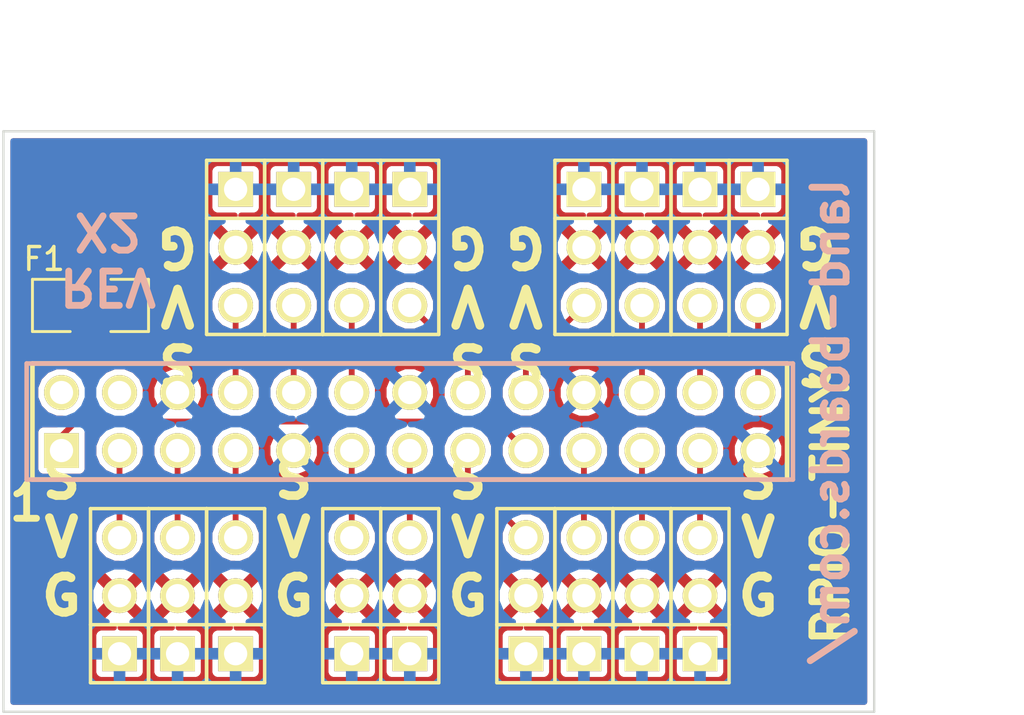
<source format=kicad_pcb>
(kicad_pcb (version 3) (host pcbnew "(2013-07-07 BZR 4022)-stable")

  (general
    (links 57)
    (no_connects 0)
    (area -0.050001 -5.389999 47.675715 28.514888)
    (thickness 1.6)
    (drawings 22)
    (tracks 29)
    (zones 0)
    (modules 19)
    (nets 21)
  )

  (page A3)
  (layers
    (15 F.Cu signal)
    (0 B.Cu signal)
    (20 B.SilkS user)
    (21 F.SilkS user)
    (22 B.Mask user)
    (23 F.Mask user)
    (26 Eco1.User user)
    (28 Edge.Cuts user)
  )

  (setup
    (last_trace_width 0.254)
    (user_trace_width 0.2032)
    (user_trace_width 0.254)
    (user_trace_width 0.635)
    (trace_clearance 0.254)
    (zone_clearance 0.254)
    (zone_45_only no)
    (trace_min 0.2032)
    (segment_width 0.2)
    (edge_width 0.1)
    (via_size 0.889)
    (via_drill 0.635)
    (via_min_size 0.889)
    (via_min_drill 0.508)
    (uvia_size 0.508)
    (uvia_drill 0.127)
    (uvias_allowed no)
    (uvia_min_size 0.508)
    (uvia_min_drill 0.127)
    (pcb_text_width 0.3)
    (pcb_text_size 1.5 1.5)
    (mod_edge_width 0.15)
    (mod_text_size 1 1)
    (mod_text_width 0.15)
    (pad_size 1.5 1.5)
    (pad_drill 0.6)
    (pad_to_mask_clearance 0)
    (aux_axis_origin 0 0)
    (visible_elements 7FFFFFBF)
    (pcbplotparams
      (layerselection 284196865)
      (usegerberextensions true)
      (excludeedgelayer true)
      (linewidth 0.150000)
      (plotframeref false)
      (viasonmask false)
      (mode 1)
      (useauxorigin false)
      (hpglpennumber 1)
      (hpglpenspeed 20)
      (hpglpendiameter 15)
      (hpglpenoverlay 2)
      (psnegative false)
      (psa4output false)
      (plotreference true)
      (plotvalue true)
      (plotothertext true)
      (plotinvisibletext false)
      (padsonsilk false)
      (subtractmaskfromsilk false)
      (outputformat 1)
      (mirror false)
      (drillshape 0)
      (scaleselection 1)
      (outputdirectory plots/))
  )

  (net 0 "")
  (net 1 /+3.3V)
  (net 2 /IO_17)
  (net 3 /IO_18)
  (net 4 /IO_22)
  (net 5 /IO_23)
  (net 6 /IO_24)
  (net 7 /IO_25)
  (net 8 /IO_27)
  (net 9 /IO_4)
  (net 10 /RXD0)
  (net 11 /SCLK1)
  (net 12 /SDA1)
  (net 13 /SPICE0)
  (net 14 /SPICE1)
  (net 15 /SPIMISO)
  (net 16 /SPIMOSI)
  (net 17 /SPISCK)
  (net 18 /TXD0)
  (net 19 GND)
  (net 20 N-0000019)

  (net_class Default "This is the default net class."
    (clearance 0.254)
    (trace_width 0.254)
    (via_dia 0.889)
    (via_drill 0.635)
    (uvia_dia 0.508)
    (uvia_drill 0.127)
    (add_net "")
    (add_net /IO_17)
    (add_net /IO_18)
    (add_net /IO_22)
    (add_net /IO_23)
    (add_net /IO_24)
    (add_net /IO_25)
    (add_net /IO_27)
    (add_net /IO_4)
    (add_net /RXD0)
    (add_net /SCLK1)
    (add_net /SDA1)
    (add_net /SPICE0)
    (add_net /SPICE1)
    (add_net /SPIMISO)
    (add_net /SPIMOSI)
    (add_net /SPISCK)
    (add_net /TXD0)
    (add_net GND)
    (add_net N-0000019)
  )

  (net_class POWER025 ""
    (clearance 0.381)
    (trace_width 0.635)
    (via_dia 0.889)
    (via_drill 0.635)
    (uvia_dia 0.508)
    (uvia_drill 0.127)
    (add_net /+3.3V)
  )

  (module pin_array_13x2 (layer F.Cu) (tedit 54468C8D) (tstamp 54468D9F)
    (at 17.78 12.7)
    (descr "2 x 13 pins connector")
    (tags CONN)
    (path /53B16746)
    (fp_text reference P1 (at -15.312 3.512) (layer F.SilkS) hide
      (effects (font (size 1 1) (thickness 0.15)))
    )
    (fp_text value RASPIO (at 7.62 -3.81) (layer F.SilkS) hide
      (effects (font (size 1.016 1.016) (thickness 0.2032)))
    )
    (fp_line (start -16.51 2.54) (end 16.51 2.54) (layer F.SilkS) (width 0.2032))
    (fp_line (start 16.51 -2.54) (end -16.51 -2.54) (layer F.SilkS) (width 0.2032))
    (fp_line (start -16.51 -2.54) (end -16.51 2.54) (layer F.SilkS) (width 0.2032))
    (fp_line (start 16.51 2.54) (end 16.51 -2.54) (layer F.SilkS) (width 0.2032))
    (pad 1 thru_hole rect (at -15.24 1.27) (size 1.524 1.524) (drill 1.016)
      (layers *.Cu *.Mask F.SilkS)
      (net 20 N-0000019)
    )
    (pad 2 thru_hole circle (at -15.24 -1.27) (size 1.524 1.524) (drill 1.016)
      (layers *.Cu *.Mask F.SilkS)
    )
    (pad 3 thru_hole circle (at -12.7 1.27) (size 1.524 1.524) (drill 1.016)
      (layers *.Cu *.Mask F.SilkS)
      (net 12 /SDA1)
    )
    (pad 4 thru_hole circle (at -12.7 -1.27) (size 1.524 1.524) (drill 1.016)
      (layers *.Cu *.Mask F.SilkS)
    )
    (pad 5 thru_hole circle (at -10.16 1.27) (size 1.524 1.524) (drill 1.016)
      (layers *.Cu *.Mask F.SilkS)
      (net 11 /SCLK1)
    )
    (pad 6 thru_hole circle (at -10.16 -1.27) (size 1.524 1.524) (drill 1.016)
      (layers *.Cu *.Mask F.SilkS)
      (net 19 GND)
    )
    (pad 7 thru_hole circle (at -7.62 1.27) (size 1.524 1.524) (drill 1.016)
      (layers *.Cu *.Mask F.SilkS)
      (net 9 /IO_4)
    )
    (pad 8 thru_hole circle (at -7.62 -1.27) (size 1.524 1.524) (drill 1.016)
      (layers *.Cu *.Mask F.SilkS)
      (net 18 /TXD0)
    )
    (pad 9 thru_hole circle (at -5.08 1.27) (size 1.524 1.524) (drill 1.016)
      (layers *.Cu *.Mask F.SilkS)
      (net 19 GND)
    )
    (pad 10 thru_hole circle (at -5.08 -1.27) (size 1.524 1.524) (drill 1.016)
      (layers *.Cu *.Mask F.SilkS)
      (net 10 /RXD0)
    )
    (pad 11 thru_hole circle (at -2.54 1.27) (size 1.524 1.524) (drill 1.016)
      (layers *.Cu *.Mask F.SilkS)
      (net 2 /IO_17)
    )
    (pad 12 thru_hole circle (at -2.54 -1.27) (size 1.524 1.524) (drill 1.016)
      (layers *.Cu *.Mask F.SilkS)
      (net 3 /IO_18)
    )
    (pad 13 thru_hole circle (at 0 1.27) (size 1.524 1.524) (drill 1.016)
      (layers *.Cu *.Mask F.SilkS)
      (net 8 /IO_27)
    )
    (pad 14 thru_hole circle (at 0 -1.27) (size 1.524 1.524) (drill 1.016)
      (layers *.Cu *.Mask F.SilkS)
      (net 19 GND)
    )
    (pad 15 thru_hole circle (at 2.54 1.27) (size 1.524 1.524) (drill 1.016)
      (layers *.Cu *.Mask F.SilkS)
      (net 4 /IO_22)
    )
    (pad 16 thru_hole circle (at 2.54 -1.27) (size 1.524 1.524) (drill 1.016)
      (layers *.Cu *.Mask F.SilkS)
      (net 5 /IO_23)
    )
    (pad 17 thru_hole circle (at 5.08 1.27) (size 1.524 1.524) (drill 1.016)
      (layers *.Cu *.Mask F.SilkS)
      (net 20 N-0000019)
    )
    (pad 18 thru_hole circle (at 5.08 -1.27) (size 1.524 1.524) (drill 1.016)
      (layers *.Cu *.Mask F.SilkS)
      (net 6 /IO_24)
    )
    (pad 19 thru_hole circle (at 7.62 1.27) (size 1.524 1.524) (drill 1.016)
      (layers *.Cu *.Mask F.SilkS)
      (net 16 /SPIMOSI)
    )
    (pad 20 thru_hole circle (at 7.62 -1.27) (size 1.524 1.524) (drill 1.016)
      (layers *.Cu *.Mask F.SilkS)
      (net 19 GND)
    )
    (pad 21 thru_hole circle (at 10.16 1.27) (size 1.524 1.524) (drill 1.016)
      (layers *.Cu *.Mask F.SilkS)
      (net 15 /SPIMISO)
    )
    (pad 22 thru_hole circle (at 10.16 -1.27) (size 1.524 1.524) (drill 1.016)
      (layers *.Cu *.Mask F.SilkS)
      (net 7 /IO_25)
    )
    (pad 23 thru_hole circle (at 12.7 1.27) (size 1.524 1.524) (drill 1.016)
      (layers *.Cu *.Mask F.SilkS)
      (net 17 /SPISCK)
    )
    (pad 24 thru_hole circle (at 12.7 -1.27) (size 1.524 1.524) (drill 1.016)
      (layers *.Cu *.Mask F.SilkS)
      (net 13 /SPICE0)
    )
    (pad 25 thru_hole circle (at 15.24 1.27) (size 1.524 1.524) (drill 1.016)
      (layers *.Cu *.Mask F.SilkS)
      (net 19 GND)
    )
    (pad 26 thru_hole circle (at 15.24 -1.27) (size 1.524 1.524) (drill 1.016)
      (layers *.Cu *.Mask F.SilkS)
      (net 14 /SPICE1)
    )
    (model pin_array/pins_array_13x2.wrl
      (at (xyz 0 0 0))
      (scale (xyz 1 1 1))
      (rotate (xyz 0 0 0))
    )
  )

  (module PIN_ARRAY_3X1 (layer F.Cu) (tedit 54468C99) (tstamp 53B15EB3)
    (at 10.16 20.32 90)
    (descr "Connecteur 3 pins")
    (tags "CONN DEV")
    (path /53B17589)
    (fp_text reference J3 (at -6.35 0 90) (layer F.SilkS) hide
      (effects (font (size 1.25 1.25) (thickness 0.15)))
    )
    (fp_text value CONN_3 (at 0 -2.159 90) (layer F.SilkS) hide
      (effects (font (size 1.016 1.016) (thickness 0.1524)))
    )
    (fp_line (start -3.81 1.27) (end -3.81 -1.27) (layer F.SilkS) (width 0.1524))
    (fp_line (start -3.81 -1.27) (end 3.81 -1.27) (layer F.SilkS) (width 0.1524))
    (fp_line (start 3.81 -1.27) (end 3.81 1.27) (layer F.SilkS) (width 0.1524))
    (fp_line (start 3.81 1.27) (end -3.81 1.27) (layer F.SilkS) (width 0.1524))
    (fp_line (start -1.27 -1.27) (end -1.27 1.27) (layer F.SilkS) (width 0.1524))
    (pad 1 thru_hole rect (at -2.54 0 90) (size 1.524 1.524) (drill 1.016)
      (layers *.Cu *.Mask F.SilkS)
      (net 19 GND)
    )
    (pad 2 thru_hole circle (at 0 0 90) (size 1.524 1.524) (drill 1.016)
      (layers *.Cu *.Mask F.SilkS)
      (net 1 /+3.3V)
    )
    (pad 3 thru_hole circle (at 2.54 0 90) (size 1.524 1.524) (drill 1.016)
      (layers *.Cu *.Mask F.SilkS)
      (net 9 /IO_4)
    )
    (model pin_array/pins_array_3x1.wrl
      (at (xyz 0 0 0))
      (scale (xyz 1 1 1))
      (rotate (xyz 0 0 0))
    )
  )

  (module PIN_ARRAY_3X1 (layer F.Cu) (tedit 54468C9F) (tstamp 53B15EBF)
    (at 17.78 20.32 90)
    (descr "Connecteur 3 pins")
    (tags "CONN DEV")
    (path /53B18601)
    (fp_text reference J5 (at -6.35 0 90) (layer F.SilkS) hide
      (effects (font (size 1.25 1.25) (thickness 0.15)))
    )
    (fp_text value CONN_3 (at 0 -2.159 90) (layer F.SilkS) hide
      (effects (font (size 1.016 1.016) (thickness 0.1524)))
    )
    (fp_line (start -3.81 1.27) (end -3.81 -1.27) (layer F.SilkS) (width 0.1524))
    (fp_line (start -3.81 -1.27) (end 3.81 -1.27) (layer F.SilkS) (width 0.1524))
    (fp_line (start 3.81 -1.27) (end 3.81 1.27) (layer F.SilkS) (width 0.1524))
    (fp_line (start 3.81 1.27) (end -3.81 1.27) (layer F.SilkS) (width 0.1524))
    (fp_line (start -1.27 -1.27) (end -1.27 1.27) (layer F.SilkS) (width 0.1524))
    (pad 1 thru_hole rect (at -2.54 0 90) (size 1.524 1.524) (drill 1.016)
      (layers *.Cu *.Mask F.SilkS)
      (net 19 GND)
    )
    (pad 2 thru_hole circle (at 0 0 90) (size 1.524 1.524) (drill 1.016)
      (layers *.Cu *.Mask F.SilkS)
      (net 1 /+3.3V)
    )
    (pad 3 thru_hole circle (at 2.54 0 90) (size 1.524 1.524) (drill 1.016)
      (layers *.Cu *.Mask F.SilkS)
      (net 8 /IO_27)
    )
    (model pin_array/pins_array_3x1.wrl
      (at (xyz 0 0 0))
      (scale (xyz 1 1 1))
      (rotate (xyz 0 0 0))
    )
  )

  (module PIN_ARRAY_3X1 (layer F.Cu) (tedit 54468CB0) (tstamp 53B15ECB)
    (at 25.4 20.32 90)
    (descr "Connecteur 3 pins")
    (tags "CONN DEV")
    (path /53B1860D)
    (fp_text reference J7 (at -6.35 0 90) (layer F.SilkS) hide
      (effects (font (size 1.25 1.25) (thickness 0.15)))
    )
    (fp_text value CONN_3 (at 0 -2.159 90) (layer F.SilkS) hide
      (effects (font (size 1.016 1.016) (thickness 0.1524)))
    )
    (fp_line (start -3.81 1.27) (end -3.81 -1.27) (layer F.SilkS) (width 0.1524))
    (fp_line (start -3.81 -1.27) (end 3.81 -1.27) (layer F.SilkS) (width 0.1524))
    (fp_line (start 3.81 -1.27) (end 3.81 1.27) (layer F.SilkS) (width 0.1524))
    (fp_line (start 3.81 1.27) (end -3.81 1.27) (layer F.SilkS) (width 0.1524))
    (fp_line (start -1.27 -1.27) (end -1.27 1.27) (layer F.SilkS) (width 0.1524))
    (pad 1 thru_hole rect (at -2.54 0 90) (size 1.524 1.524) (drill 1.016)
      (layers *.Cu *.Mask F.SilkS)
      (net 19 GND)
    )
    (pad 2 thru_hole circle (at 0 0 90) (size 1.524 1.524) (drill 1.016)
      (layers *.Cu *.Mask F.SilkS)
      (net 1 /+3.3V)
    )
    (pad 3 thru_hole circle (at 2.54 0 90) (size 1.524 1.524) (drill 1.016)
      (layers *.Cu *.Mask F.SilkS)
      (net 16 /SPIMOSI)
    )
    (model pin_array/pins_array_3x1.wrl
      (at (xyz 0 0 0))
      (scale (xyz 1 1 1))
      (rotate (xyz 0 0 0))
    )
  )

  (module PIN_ARRAY_3X1 (layer F.Cu) (tedit 54468CB5) (tstamp 53B15ED7)
    (at 30.48 20.32 90)
    (descr "Connecteur 3 pins")
    (tags "CONN DEV")
    (path /5446889B)
    (fp_text reference J9 (at -6.35 0 90) (layer F.SilkS) hide
      (effects (font (size 1.25 1.25) (thickness 0.15)))
    )
    (fp_text value CONN_3 (at 0 -2.159 90) (layer F.SilkS) hide
      (effects (font (size 1.016 1.016) (thickness 0.1524)))
    )
    (fp_line (start -3.81 1.27) (end -3.81 -1.27) (layer F.SilkS) (width 0.1524))
    (fp_line (start -3.81 -1.27) (end 3.81 -1.27) (layer F.SilkS) (width 0.1524))
    (fp_line (start 3.81 -1.27) (end 3.81 1.27) (layer F.SilkS) (width 0.1524))
    (fp_line (start 3.81 1.27) (end -3.81 1.27) (layer F.SilkS) (width 0.1524))
    (fp_line (start -1.27 -1.27) (end -1.27 1.27) (layer F.SilkS) (width 0.1524))
    (pad 1 thru_hole rect (at -2.54 0 90) (size 1.524 1.524) (drill 1.016)
      (layers *.Cu *.Mask F.SilkS)
      (net 19 GND)
    )
    (pad 2 thru_hole circle (at 0 0 90) (size 1.524 1.524) (drill 1.016)
      (layers *.Cu *.Mask F.SilkS)
      (net 1 /+3.3V)
    )
    (pad 3 thru_hole circle (at 2.54 0 90) (size 1.524 1.524) (drill 1.016)
      (layers *.Cu *.Mask F.SilkS)
      (net 17 /SPISCK)
    )
    (model pin_array/pins_array_3x1.wrl
      (at (xyz 0 0 0))
      (scale (xyz 1 1 1))
      (rotate (xyz 0 0 0))
    )
  )

  (module PIN_ARRAY_3X1 (layer F.Cu) (tedit 54468CA2) (tstamp 53B15EE3)
    (at 22.86 20.32 90)
    (descr "Connecteur 3 pins")
    (tags "CONN DEV")
    (path /53B18607)
    (fp_text reference J6 (at -6.35 0 90) (layer F.SilkS) hide
      (effects (font (size 1.25 1.25) (thickness 0.15)))
    )
    (fp_text value CONN_3 (at 0 -2.159 90) (layer F.SilkS) hide
      (effects (font (size 1.016 1.016) (thickness 0.1524)))
    )
    (fp_line (start -3.81 1.27) (end -3.81 -1.27) (layer F.SilkS) (width 0.1524))
    (fp_line (start -3.81 -1.27) (end 3.81 -1.27) (layer F.SilkS) (width 0.1524))
    (fp_line (start 3.81 -1.27) (end 3.81 1.27) (layer F.SilkS) (width 0.1524))
    (fp_line (start 3.81 1.27) (end -3.81 1.27) (layer F.SilkS) (width 0.1524))
    (fp_line (start -1.27 -1.27) (end -1.27 1.27) (layer F.SilkS) (width 0.1524))
    (pad 1 thru_hole rect (at -2.54 0 90) (size 1.524 1.524) (drill 1.016)
      (layers *.Cu *.Mask F.SilkS)
      (net 19 GND)
    )
    (pad 2 thru_hole circle (at 0 0 90) (size 1.524 1.524) (drill 1.016)
      (layers *.Cu *.Mask F.SilkS)
      (net 1 /+3.3V)
    )
    (pad 3 thru_hole circle (at 2.54 0 90) (size 1.524 1.524) (drill 1.016)
      (layers *.Cu *.Mask F.SilkS)
      (net 4 /IO_22)
    )
    (model pin_array/pins_array_3x1.wrl
      (at (xyz 0 0 0))
      (scale (xyz 1 1 1))
      (rotate (xyz 0 0 0))
    )
  )

  (module PIN_ARRAY_3X1 (layer F.Cu) (tedit 54468CB3) (tstamp 53B15EEF)
    (at 27.94 20.32 90)
    (descr "Connecteur 3 pins")
    (tags "CONN DEV")
    (path /54468895)
    (fp_text reference J8 (at -6.35 0 90) (layer F.SilkS) hide
      (effects (font (size 1.25 1.25) (thickness 0.15)))
    )
    (fp_text value CONN_3 (at 0 -2.159 90) (layer F.SilkS) hide
      (effects (font (size 1.016 1.016) (thickness 0.1524)))
    )
    (fp_line (start -3.81 1.27) (end -3.81 -1.27) (layer F.SilkS) (width 0.1524))
    (fp_line (start -3.81 -1.27) (end 3.81 -1.27) (layer F.SilkS) (width 0.1524))
    (fp_line (start 3.81 -1.27) (end 3.81 1.27) (layer F.SilkS) (width 0.1524))
    (fp_line (start 3.81 1.27) (end -3.81 1.27) (layer F.SilkS) (width 0.1524))
    (fp_line (start -1.27 -1.27) (end -1.27 1.27) (layer F.SilkS) (width 0.1524))
    (pad 1 thru_hole rect (at -2.54 0 90) (size 1.524 1.524) (drill 1.016)
      (layers *.Cu *.Mask F.SilkS)
      (net 19 GND)
    )
    (pad 2 thru_hole circle (at 0 0 90) (size 1.524 1.524) (drill 1.016)
      (layers *.Cu *.Mask F.SilkS)
      (net 1 /+3.3V)
    )
    (pad 3 thru_hole circle (at 2.54 0 90) (size 1.524 1.524) (drill 1.016)
      (layers *.Cu *.Mask F.SilkS)
      (net 15 /SPIMISO)
    )
    (model pin_array/pins_array_3x1.wrl
      (at (xyz 0 0 0))
      (scale (xyz 1 1 1))
      (rotate (xyz 0 0 0))
    )
  )

  (module SM1206 (layer F.Cu) (tedit 54597D33) (tstamp 53B18B4E)
    (at 3.81 7.62 180)
    (path /54468802)
    (attr smd)
    (fp_text reference F1 (at 2.032 2.032 180) (layer F.SilkS)
      (effects (font (size 1 1) (thickness 0.15)))
    )
    (fp_text value FUSE (at 0 0 180) (layer F.SilkS) hide
      (effects (font (size 0.762 0.762) (thickness 0.127)))
    )
    (fp_line (start -2.54 -1.143) (end -2.54 1.143) (layer F.SilkS) (width 0.127))
    (fp_line (start -2.54 1.143) (end -0.889 1.143) (layer F.SilkS) (width 0.127))
    (fp_line (start 0.889 -1.143) (end 2.54 -1.143) (layer F.SilkS) (width 0.127))
    (fp_line (start 2.54 -1.143) (end 2.54 1.143) (layer F.SilkS) (width 0.127))
    (fp_line (start 2.54 1.143) (end 0.889 1.143) (layer F.SilkS) (width 0.127))
    (fp_line (start -0.889 -1.143) (end -2.54 -1.143) (layer F.SilkS) (width 0.127))
    (pad 1 smd rect (at -1.651 0 180) (size 1.524 2.032)
      (layers F.Cu F.Mask)
      (net 1 /+3.3V)
    )
    (pad 2 smd rect (at 1.651 0 180) (size 1.524 2.032)
      (layers F.Cu F.Mask)
      (net 20 N-0000019)
    )
    (model smd/chip_cms.wrl
      (at (xyz 0 0 0))
      (scale (xyz 0.17 0.16 0.16))
      (rotate (xyz 0 0 0))
    )
  )

  (module PIN_ARRAY_3X1 (layer F.Cu) (tedit 54468C9C) (tstamp 53B15EA7)
    (at 15.24 20.32 90)
    (descr "Connecteur 3 pins")
    (tags "CONN DEV")
    (path /53B17388)
    (fp_text reference J4 (at -6.35 0 90) (layer F.SilkS) hide
      (effects (font (size 1.25 1.25) (thickness 0.15)))
    )
    (fp_text value CONN_3 (at 0 -2.159 90) (layer F.SilkS) hide
      (effects (font (size 1.016 1.016) (thickness 0.1524)))
    )
    (fp_line (start -3.81 1.27) (end -3.81 -1.27) (layer F.SilkS) (width 0.1524))
    (fp_line (start -3.81 -1.27) (end 3.81 -1.27) (layer F.SilkS) (width 0.1524))
    (fp_line (start 3.81 -1.27) (end 3.81 1.27) (layer F.SilkS) (width 0.1524))
    (fp_line (start 3.81 1.27) (end -3.81 1.27) (layer F.SilkS) (width 0.1524))
    (fp_line (start -1.27 -1.27) (end -1.27 1.27) (layer F.SilkS) (width 0.1524))
    (pad 1 thru_hole rect (at -2.54 0 90) (size 1.524 1.524) (drill 1.016)
      (layers *.Cu *.Mask F.SilkS)
      (net 19 GND)
    )
    (pad 2 thru_hole circle (at 0 0 90) (size 1.524 1.524) (drill 1.016)
      (layers *.Cu *.Mask F.SilkS)
      (net 1 /+3.3V)
    )
    (pad 3 thru_hole circle (at 2.54 0 90) (size 1.524 1.524) (drill 1.016)
      (layers *.Cu *.Mask F.SilkS)
      (net 2 /IO_17)
    )
    (model pin_array/pins_array_3x1.wrl
      (at (xyz 0 0 0))
      (scale (xyz 1 1 1))
      (rotate (xyz 0 0 0))
    )
  )

  (module PIN_ARRAY_3X1 (layer F.Cu) (tedit 54468CCB) (tstamp 53B1B0B8)
    (at 17.78 5.08 270)
    (descr "Connecteur 3 pins")
    (tags "CONN DEV")
    (path /544687D6)
    (fp_text reference J13 (at -6.35 0 270) (layer F.SilkS) hide
      (effects (font (size 1.016 1.016) (thickness 0.1524)))
    )
    (fp_text value CONN_3 (at 0 -2.159 270) (layer F.SilkS) hide
      (effects (font (size 1.016 1.016) (thickness 0.1524)))
    )
    (fp_line (start -3.81 1.27) (end -3.81 -1.27) (layer F.SilkS) (width 0.1524))
    (fp_line (start -3.81 -1.27) (end 3.81 -1.27) (layer F.SilkS) (width 0.1524))
    (fp_line (start 3.81 -1.27) (end 3.81 1.27) (layer F.SilkS) (width 0.1524))
    (fp_line (start 3.81 1.27) (end -3.81 1.27) (layer F.SilkS) (width 0.1524))
    (fp_line (start -1.27 -1.27) (end -1.27 1.27) (layer F.SilkS) (width 0.1524))
    (pad 1 thru_hole rect (at -2.54 0 270) (size 1.524 1.524) (drill 1.016)
      (layers *.Cu *.Mask F.SilkS)
      (net 19 GND)
    )
    (pad 2 thru_hole circle (at 0 0 270) (size 1.524 1.524) (drill 1.016)
      (layers *.Cu *.Mask F.SilkS)
      (net 1 /+3.3V)
    )
    (pad 3 thru_hole circle (at 2.54 0 270) (size 1.524 1.524) (drill 1.016)
      (layers *.Cu *.Mask F.SilkS)
      (net 5 /IO_23)
    )
    (model pin_array/pins_array_3x1.wrl
      (at (xyz 0 0 0))
      (scale (xyz 1 1 1))
      (rotate (xyz 0 0 0))
    )
  )

  (module PIN_ARRAY_3X1 (layer F.Cu) (tedit 54468CC4) (tstamp 54468932)
    (at 25.4 5.08 270)
    (descr "Connecteur 3 pins")
    (tags "CONN DEV")
    (path /544687EE)
    (fp_text reference J14 (at -6.35 0 270) (layer F.SilkS) hide
      (effects (font (size 1.016 1.016) (thickness 0.1524)))
    )
    (fp_text value CONN_3 (at 0 -2.159 270) (layer F.SilkS) hide
      (effects (font (size 1.016 1.016) (thickness 0.1524)))
    )
    (fp_line (start -3.81 1.27) (end -3.81 -1.27) (layer F.SilkS) (width 0.1524))
    (fp_line (start -3.81 -1.27) (end 3.81 -1.27) (layer F.SilkS) (width 0.1524))
    (fp_line (start 3.81 -1.27) (end 3.81 1.27) (layer F.SilkS) (width 0.1524))
    (fp_line (start 3.81 1.27) (end -3.81 1.27) (layer F.SilkS) (width 0.1524))
    (fp_line (start -1.27 -1.27) (end -1.27 1.27) (layer F.SilkS) (width 0.1524))
    (pad 1 thru_hole rect (at -2.54 0 270) (size 1.524 1.524) (drill 1.016)
      (layers *.Cu *.Mask F.SilkS)
      (net 19 GND)
    )
    (pad 2 thru_hole circle (at 0 0 270) (size 1.524 1.524) (drill 1.016)
      (layers *.Cu *.Mask F.SilkS)
      (net 1 /+3.3V)
    )
    (pad 3 thru_hole circle (at 2.54 0 270) (size 1.524 1.524) (drill 1.016)
      (layers *.Cu *.Mask F.SilkS)
      (net 6 /IO_24)
    )
    (model pin_array/pins_array_3x1.wrl
      (at (xyz 0 0 0))
      (scale (xyz 1 1 1))
      (rotate (xyz 0 0 0))
    )
  )

  (module PIN_ARRAY_3X1 (layer F.Cu) (tedit 54468CC0) (tstamp 5446893E)
    (at 27.94 5.08 270)
    (descr "Connecteur 3 pins")
    (tags "CONN DEV")
    (path /544687F4)
    (fp_text reference J15 (at -6.35 0 270) (layer F.SilkS) hide
      (effects (font (size 1.016 1.016) (thickness 0.1524)))
    )
    (fp_text value CONN_3 (at 0 -2.159 270) (layer F.SilkS) hide
      (effects (font (size 1.016 1.016) (thickness 0.1524)))
    )
    (fp_line (start -3.81 1.27) (end -3.81 -1.27) (layer F.SilkS) (width 0.1524))
    (fp_line (start -3.81 -1.27) (end 3.81 -1.27) (layer F.SilkS) (width 0.1524))
    (fp_line (start 3.81 -1.27) (end 3.81 1.27) (layer F.SilkS) (width 0.1524))
    (fp_line (start 3.81 1.27) (end -3.81 1.27) (layer F.SilkS) (width 0.1524))
    (fp_line (start -1.27 -1.27) (end -1.27 1.27) (layer F.SilkS) (width 0.1524))
    (pad 1 thru_hole rect (at -2.54 0 270) (size 1.524 1.524) (drill 1.016)
      (layers *.Cu *.Mask F.SilkS)
      (net 19 GND)
    )
    (pad 2 thru_hole circle (at 0 0 270) (size 1.524 1.524) (drill 1.016)
      (layers *.Cu *.Mask F.SilkS)
      (net 1 /+3.3V)
    )
    (pad 3 thru_hole circle (at 2.54 0 270) (size 1.524 1.524) (drill 1.016)
      (layers *.Cu *.Mask F.SilkS)
      (net 7 /IO_25)
    )
    (model pin_array/pins_array_3x1.wrl
      (at (xyz 0 0 0))
      (scale (xyz 1 1 1))
      (rotate (xyz 0 0 0))
    )
  )

  (module PIN_ARRAY_3X1 (layer F.Cu) (tedit 54468CBD) (tstamp 5446894A)
    (at 30.48 5.08 270)
    (descr "Connecteur 3 pins")
    (tags "CONN DEV")
    (path /544687FA)
    (fp_text reference J16 (at -6.35 0 270) (layer F.SilkS) hide
      (effects (font (size 1.016 1.016) (thickness 0.1524)))
    )
    (fp_text value CONN_3 (at 0 -2.159 270) (layer F.SilkS) hide
      (effects (font (size 1.016 1.016) (thickness 0.1524)))
    )
    (fp_line (start -3.81 1.27) (end -3.81 -1.27) (layer F.SilkS) (width 0.1524))
    (fp_line (start -3.81 -1.27) (end 3.81 -1.27) (layer F.SilkS) (width 0.1524))
    (fp_line (start 3.81 -1.27) (end 3.81 1.27) (layer F.SilkS) (width 0.1524))
    (fp_line (start 3.81 1.27) (end -3.81 1.27) (layer F.SilkS) (width 0.1524))
    (fp_line (start -1.27 -1.27) (end -1.27 1.27) (layer F.SilkS) (width 0.1524))
    (pad 1 thru_hole rect (at -2.54 0 270) (size 1.524 1.524) (drill 1.016)
      (layers *.Cu *.Mask F.SilkS)
      (net 19 GND)
    )
    (pad 2 thru_hole circle (at 0 0 270) (size 1.524 1.524) (drill 1.016)
      (layers *.Cu *.Mask F.SilkS)
      (net 1 /+3.3V)
    )
    (pad 3 thru_hole circle (at 2.54 0 270) (size 1.524 1.524) (drill 1.016)
      (layers *.Cu *.Mask F.SilkS)
      (net 13 /SPICE0)
    )
    (model pin_array/pins_array_3x1.wrl
      (at (xyz 0 0 0))
      (scale (xyz 1 1 1))
      (rotate (xyz 0 0 0))
    )
  )

  (module PIN_ARRAY_3X1 (layer F.Cu) (tedit 54468CBA) (tstamp 54468956)
    (at 33.02 5.08 270)
    (descr "Connecteur 3 pins")
    (tags "CONN DEV")
    (path /5446888F)
    (fp_text reference J17 (at -6.35 0 270) (layer F.SilkS) hide
      (effects (font (size 1.016 1.016) (thickness 0.1524)))
    )
    (fp_text value CONN_3 (at 0 -2.159 270) (layer F.SilkS) hide
      (effects (font (size 1.016 1.016) (thickness 0.1524)))
    )
    (fp_line (start -3.81 1.27) (end -3.81 -1.27) (layer F.SilkS) (width 0.1524))
    (fp_line (start -3.81 -1.27) (end 3.81 -1.27) (layer F.SilkS) (width 0.1524))
    (fp_line (start 3.81 -1.27) (end 3.81 1.27) (layer F.SilkS) (width 0.1524))
    (fp_line (start 3.81 1.27) (end -3.81 1.27) (layer F.SilkS) (width 0.1524))
    (fp_line (start -1.27 -1.27) (end -1.27 1.27) (layer F.SilkS) (width 0.1524))
    (pad 1 thru_hole rect (at -2.54 0 270) (size 1.524 1.524) (drill 1.016)
      (layers *.Cu *.Mask F.SilkS)
      (net 19 GND)
    )
    (pad 2 thru_hole circle (at 0 0 270) (size 1.524 1.524) (drill 1.016)
      (layers *.Cu *.Mask F.SilkS)
      (net 1 /+3.3V)
    )
    (pad 3 thru_hole circle (at 2.54 0 270) (size 1.524 1.524) (drill 1.016)
      (layers *.Cu *.Mask F.SilkS)
      (net 14 /SPICE1)
    )
    (model pin_array/pins_array_3x1.wrl
      (at (xyz 0 0 0))
      (scale (xyz 1 1 1))
      (rotate (xyz 0 0 0))
    )
  )

  (module PIN_ARRAY_3X1 (layer F.Cu) (tedit 54468C95) (tstamp 53B15E9B)
    (at 7.62 20.32 90)
    (descr "Connecteur 3 pins")
    (tags "CONN DEV")
    (path /53B1751A)
    (fp_text reference J2 (at -6.35 0 90) (layer F.SilkS) hide
      (effects (font (size 1.016 1.016) (thickness 0.1524)))
    )
    (fp_text value CONN_3 (at 0 -2.159 90) (layer F.SilkS) hide
      (effects (font (size 1.016 1.016) (thickness 0.1524)))
    )
    (fp_line (start -3.81 1.27) (end -3.81 -1.27) (layer F.SilkS) (width 0.1524))
    (fp_line (start -3.81 -1.27) (end 3.81 -1.27) (layer F.SilkS) (width 0.1524))
    (fp_line (start 3.81 -1.27) (end 3.81 1.27) (layer F.SilkS) (width 0.1524))
    (fp_line (start 3.81 1.27) (end -3.81 1.27) (layer F.SilkS) (width 0.1524))
    (fp_line (start -1.27 -1.27) (end -1.27 1.27) (layer F.SilkS) (width 0.1524))
    (pad 1 thru_hole rect (at -2.54 0 90) (size 1.524 1.524) (drill 1.016)
      (layers *.Cu *.Mask F.SilkS)
      (net 19 GND)
    )
    (pad 2 thru_hole circle (at 0 0 90) (size 1.524 1.524) (drill 1.016)
      (layers *.Cu *.Mask F.SilkS)
      (net 1 /+3.3V)
    )
    (pad 3 thru_hole circle (at 2.54 0 90) (size 1.524 1.524) (drill 1.016)
      (layers *.Cu *.Mask F.SilkS)
      (net 11 /SCLK1)
    )
    (model pin_array/pins_array_3x1.wrl
      (at (xyz 0 0 0))
      (scale (xyz 1 1 1))
      (rotate (xyz 0 0 0))
    )
  )

  (module PIN_ARRAY_3X1 (layer F.Cu) (tedit 54468CCE) (tstamp 53B15F2C)
    (at 12.7 5.08 270)
    (descr "Connecteur 3 pins")
    (tags "CONN DEV")
    (path /544687E2)
    (fp_text reference J11 (at -6.19 0 270) (layer F.SilkS) hide
      (effects (font (size 1.016 1.016) (thickness 0.1524)))
    )
    (fp_text value CONN_3 (at 0 -2.159 270) (layer F.SilkS) hide
      (effects (font (size 1.016 1.016) (thickness 0.1524)))
    )
    (fp_line (start -3.81 1.27) (end -3.81 -1.27) (layer F.SilkS) (width 0.1524))
    (fp_line (start -3.81 -1.27) (end 3.81 -1.27) (layer F.SilkS) (width 0.1524))
    (fp_line (start 3.81 -1.27) (end 3.81 1.27) (layer F.SilkS) (width 0.1524))
    (fp_line (start 3.81 1.27) (end -3.81 1.27) (layer F.SilkS) (width 0.1524))
    (fp_line (start -1.27 -1.27) (end -1.27 1.27) (layer F.SilkS) (width 0.1524))
    (pad 1 thru_hole rect (at -2.54 0 270) (size 1.524 1.524) (drill 1.016)
      (layers *.Cu *.Mask F.SilkS)
      (net 19 GND)
    )
    (pad 2 thru_hole circle (at 0 0 270) (size 1.524 1.524) (drill 1.016)
      (layers *.Cu *.Mask F.SilkS)
      (net 1 /+3.3V)
    )
    (pad 3 thru_hole circle (at 2.54 0 270) (size 1.524 1.524) (drill 1.016)
      (layers *.Cu *.Mask F.SilkS)
      (net 10 /RXD0)
    )
    (model pin_array/pins_array_3x1.wrl
      (at (xyz 0 0 0))
      (scale (xyz 1 1 1))
      (rotate (xyz 0 0 0))
    )
  )

  (module PIN_ARRAY_3X1 (layer F.Cu) (tedit 54468C92) (tstamp 53B18B5A)
    (at 5.08 20.32 90)
    (descr "Connecteur 3 pins")
    (tags "CONN DEV")
    (path /53B174B9)
    (fp_text reference J1 (at -6.35 0 90) (layer F.SilkS) hide
      (effects (font (size 1.016 1.016) (thickness 0.1524)))
    )
    (fp_text value CONN_3 (at 0 -2.159 90) (layer F.SilkS) hide
      (effects (font (size 1.016 1.016) (thickness 0.1524)))
    )
    (fp_line (start -3.81 1.27) (end -3.81 -1.27) (layer F.SilkS) (width 0.1524))
    (fp_line (start -3.81 -1.27) (end 3.81 -1.27) (layer F.SilkS) (width 0.1524))
    (fp_line (start 3.81 -1.27) (end 3.81 1.27) (layer F.SilkS) (width 0.1524))
    (fp_line (start 3.81 1.27) (end -3.81 1.27) (layer F.SilkS) (width 0.1524))
    (fp_line (start -1.27 -1.27) (end -1.27 1.27) (layer F.SilkS) (width 0.1524))
    (pad 1 thru_hole rect (at -2.54 0 90) (size 1.524 1.524) (drill 1.016)
      (layers *.Cu *.Mask F.SilkS)
      (net 19 GND)
    )
    (pad 2 thru_hole circle (at 0 0 90) (size 1.524 1.524) (drill 1.016)
      (layers *.Cu *.Mask F.SilkS)
      (net 1 /+3.3V)
    )
    (pad 3 thru_hole circle (at 2.54 0 90) (size 1.524 1.524) (drill 1.016)
      (layers *.Cu *.Mask F.SilkS)
      (net 12 /SDA1)
    )
    (model pin_array/pins_array_3x1.wrl
      (at (xyz 0 0 0))
      (scale (xyz 1 1 1))
      (rotate (xyz 0 0 0))
    )
  )

  (module PIN_ARRAY_3X1 (layer F.Cu) (tedit 54468C5B) (tstamp 53B15EFB)
    (at 10.16 5.08 270)
    (descr "Connecteur 3 pins")
    (tags "CONN DEV")
    (path /544687DC)
    (fp_text reference J10 (at -6.19 0 270) (layer F.SilkS) hide
      (effects (font (size 1.016 1.016) (thickness 0.1524)))
    )
    (fp_text value CONN_3 (at 0 -2.159 270) (layer F.SilkS) hide
      (effects (font (size 1.016 1.016) (thickness 0.1524)))
    )
    (fp_line (start -3.81 1.27) (end -3.81 -1.27) (layer F.SilkS) (width 0.1524))
    (fp_line (start -3.81 -1.27) (end 3.81 -1.27) (layer F.SilkS) (width 0.1524))
    (fp_line (start 3.81 -1.27) (end 3.81 1.27) (layer F.SilkS) (width 0.1524))
    (fp_line (start 3.81 1.27) (end -3.81 1.27) (layer F.SilkS) (width 0.1524))
    (fp_line (start -1.27 -1.27) (end -1.27 1.27) (layer F.SilkS) (width 0.1524))
    (pad 1 thru_hole rect (at -2.54 0 270) (size 1.524 1.524) (drill 1.016)
      (layers *.Cu *.Mask F.SilkS)
      (net 19 GND)
    )
    (pad 2 thru_hole circle (at 0 0 270) (size 1.524 1.524) (drill 1.016)
      (layers *.Cu *.Mask F.SilkS)
      (net 1 /+3.3V)
    )
    (pad 3 thru_hole circle (at 2.54 0 270) (size 1.524 1.524) (drill 1.016)
      (layers *.Cu *.Mask F.SilkS)
      (net 18 /TXD0)
    )
    (model pin_array/pins_array_3x1.wrl
      (at (xyz 0 0 0))
      (scale (xyz 1 1 1))
      (rotate (xyz 0 0 0))
    )
  )

  (module PIN_ARRAY_3X1 (layer F.Cu) (tedit 54468CC7) (tstamp 53B1B0C6)
    (at 15.24 5.08 270)
    (descr "Connecteur 3 pins")
    (tags "CONN DEV")
    (path /544687E8)
    (fp_text reference J12 (at -6.19 0 270) (layer F.SilkS) hide
      (effects (font (size 1.016 1.016) (thickness 0.1524)))
    )
    (fp_text value CONN_3 (at 0 -2.159 270) (layer F.SilkS) hide
      (effects (font (size 1.016 1.016) (thickness 0.1524)))
    )
    (fp_line (start -3.81 1.27) (end -3.81 -1.27) (layer F.SilkS) (width 0.1524))
    (fp_line (start -3.81 -1.27) (end 3.81 -1.27) (layer F.SilkS) (width 0.1524))
    (fp_line (start 3.81 -1.27) (end 3.81 1.27) (layer F.SilkS) (width 0.1524))
    (fp_line (start 3.81 1.27) (end -3.81 1.27) (layer F.SilkS) (width 0.1524))
    (fp_line (start -1.27 -1.27) (end -1.27 1.27) (layer F.SilkS) (width 0.1524))
    (pad 1 thru_hole rect (at -2.54 0 270) (size 1.524 1.524) (drill 1.016)
      (layers *.Cu *.Mask F.SilkS)
      (net 19 GND)
    )
    (pad 2 thru_hole circle (at 0 0 270) (size 1.524 1.524) (drill 1.016)
      (layers *.Cu *.Mask F.SilkS)
      (net 1 /+3.3V)
    )
    (pad 3 thru_hole circle (at 2.54 0 270) (size 1.524 1.524) (drill 1.016)
      (layers *.Cu *.Mask F.SilkS)
      (net 3 /IO_18)
    )
    (model pin_array/pins_array_3x1.wrl
      (at (xyz 0 0 0))
      (scale (xyz 1 1 1))
      (rotate (xyz 0 0 0))
    )
  )

  (gr_line (start 1.016 15.24) (end 1.016 10.16) (angle 90) (layer B.SilkS) (width 0.2))
  (gr_line (start 34.544 15.24) (end 1.016 15.24) (angle 90) (layer B.SilkS) (width 0.2))
  (gr_line (start 34.544 10.16) (end 34.544 15.24) (angle 90) (layer B.SilkS) (width 0.2))
  (gr_line (start 1.016 10.16) (end 34.544 10.16) (angle 90) (layer B.SilkS) (width 0.2))
  (gr_text 1 (at 1.016 16.256) (layer F.SilkS)
    (effects (font (size 1.5 1.5) (thickness 0.3)))
  )
  (dimension 25.4 (width 0.3) (layer Eco1.User)
    (gr_text "1.0000 in" (at 41.99 12.7 90) (layer Eco1.User)
      (effects (font (size 1.5 1.5) (thickness 0.3)))
    )
    (feature1 (pts (xy 38.1 0) (xy 43.34 0)))
    (feature2 (pts (xy 38.1 25.4) (xy 43.34 25.4)))
    (crossbar (pts (xy 40.64 25.4) (xy 40.64 0)))
    (arrow1a (pts (xy 40.64 0) (xy 41.22642 1.126503)))
    (arrow1b (pts (xy 40.64 0) (xy 40.05358 1.126503)))
    (arrow2a (pts (xy 40.64 25.4) (xy 41.22642 24.273497)))
    (arrow2b (pts (xy 40.64 25.4) (xy 40.05358 24.273497)))
  )
  (dimension 38.1 (width 0.3) (layer Eco1.User)
    (gr_text "1.5000 in" (at 19.05 -3.889999) (layer Eco1.User)
      (effects (font (size 1.5 1.5) (thickness 0.3)))
    )
    (feature1 (pts (xy 38.1 0) (xy 38.1 -5.239999)))
    (feature2 (pts (xy 0 0) (xy 0 -5.239999)))
    (crossbar (pts (xy 0 -2.539999) (xy 38.1 -2.539999)))
    (arrow1a (pts (xy 38.1 -2.539999) (xy 36.973497 -1.953579)))
    (arrow1b (pts (xy 38.1 -2.539999) (xy 36.973497 -3.126419)))
    (arrow2a (pts (xy 0 -2.539999) (xy 1.126503 -1.953579)))
    (arrow2b (pts (xy 0 -2.539999) (xy 1.126503 -3.126419)))
  )
  (gr_text "REV\nX2" (at 4.572 5.588 180) (layer B.SilkS)
    (effects (font (size 1.5 1.5) (thickness 0.3)) (justify mirror))
  )
  (gr_text "S\nV\nG" (at 7.62 7.62 180) (layer F.SilkS)
    (effects (font (size 1.5875 1.5875) (thickness 0.381)))
  )
  (gr_text land-boards.com/ (at 36.195 12.7 90) (layer B.SilkS)
    (effects (font (size 1.5 1.5) (thickness 0.3)) (justify mirror))
  )
  (gr_text "S\nV\nG" (at 22.86 7.62 180) (layer F.SilkS)
    (effects (font (size 1.5875 1.5875) (thickness 0.381)))
  )
  (gr_text "S\nV\nG" (at 20.32 7.62 180) (layer F.SilkS)
    (effects (font (size 1.5875 1.5875) (thickness 0.381)))
  )
  (gr_text "S\nV\nG" (at 2.54 17.78) (layer F.SilkS)
    (effects (font (size 1.5875 1.5875) (thickness 0.381)))
  )
  (gr_text "S\nV\nG" (at 12.7 17.78) (layer F.SilkS)
    (effects (font (size 1.5875 1.5875) (thickness 0.381)))
  )
  (gr_text "S\nV\nG" (at 20.32 17.78) (layer F.SilkS)
    (effects (font (size 1.5875 1.5875) (thickness 0.381)))
  )
  (gr_line (start 38.1 0) (end 38.1 25.4) (angle 90) (layer Edge.Cuts) (width 0.1))
  (gr_line (start 0 25.4) (end 0 0) (angle 90) (layer Edge.Cuts) (width 0.1))
  (gr_text "S\nV\nG" (at 35.56 7.62 180) (layer F.SilkS)
    (effects (font (size 1.5875 1.5875) (thickness 0.381)))
  )
  (gr_line (start 38.1 25.4) (end 0 25.4) (angle 90) (layer Edge.Cuts) (width 0.1))
  (gr_line (start 0 0) (end 38.1 0) (angle 90) (layer Edge.Cuts) (width 0.1))
  (gr_text RPIO-TINY (at 36.195 16.51 90) (layer F.SilkS)
    (effects (font (size 1.5 1.5) (thickness 0.3)))
  )
  (gr_text "S\nV\nG" (at 33.02 17.78) (layer F.SilkS)
    (effects (font (size 1.5875 1.5875) (thickness 0.381)))
  )

  (segment (start 15.24 17.78) (end 15.24 13.97) (width 0.254) (layer F.Cu) (net 2))
  (segment (start 15.24 7.62) (end 15.24 11.43) (width 0.254) (layer F.Cu) (net 3))
  (segment (start 20.32 15.24) (end 22.86 17.78) (width 0.254) (layer F.Cu) (net 4) (tstamp 54597CE9))
  (segment (start 20.32 13.97) (end 20.32 15.24) (width 0.254) (layer F.Cu) (net 4))
  (segment (start 20.32 11.43) (end 20.32 10.16) (width 0.254) (layer F.Cu) (net 5))
  (segment (start 20.32 10.16) (end 17.78 7.62) (width 0.254) (layer F.Cu) (net 5) (tstamp 54597CB8))
  (segment (start 22.86 10.16) (end 25.4 7.62) (width 0.254) (layer F.Cu) (net 6) (tstamp 54597CBC))
  (segment (start 22.86 11.43) (end 22.86 10.16) (width 0.254) (layer F.Cu) (net 6))
  (segment (start 27.94 7.62) (end 27.94 11.43) (width 0.254) (layer F.Cu) (net 7))
  (segment (start 17.78 17.78) (end 17.78 13.97) (width 0.254) (layer F.Cu) (net 8))
  (segment (start 10.16 17.78) (end 10.16 13.97) (width 0.254) (layer F.Cu) (net 9))
  (segment (start 12.7 7.62) (end 12.7 11.43) (width 0.254) (layer F.Cu) (net 10))
  (segment (start 7.62 17.78) (end 7.62 13.97) (width 0.254) (layer F.Cu) (net 11))
  (segment (start 5.08 13.97) (end 5.08 17.78) (width 0.254) (layer F.Cu) (net 12))
  (segment (start 30.48 7.62) (end 30.48 11.43) (width 0.254) (layer F.Cu) (net 13))
  (segment (start 33.02 7.62) (end 33.02 11.43) (width 0.254) (layer F.Cu) (net 14))
  (segment (start 27.94 17.78) (end 27.94 13.97) (width 0.254) (layer F.Cu) (net 15))
  (segment (start 25.4 17.78) (end 25.4 13.97) (width 0.254) (layer F.Cu) (net 16))
  (segment (start 30.48 17.78) (end 30.48 13.97) (width 0.254) (layer F.Cu) (net 17))
  (segment (start 10.16 7.62) (end 10.16 11.43) (width 0.254) (layer F.Cu) (net 18))
  (segment (start 22.86 13.97) (end 21.59 12.7) (width 0.254) (layer F.Cu) (net 20))
  (segment (start 21.59 12.7) (end 5.715 12.7) (width 0.254) (layer F.Cu) (net 20) (tstamp 54468F56))
  (segment (start 3.81 12.7) (end 3.81 10.16) (width 0.254) (layer F.Cu) (net 20))
  (segment (start 2.159 8.509) (end 2.159 7.62) (width 0.254) (layer F.Cu) (net 20) (tstamp 54468F5E))
  (segment (start 3.81 10.16) (end 2.159 8.509) (width 0.254) (layer F.Cu) (net 20) (tstamp 54468F5D))
  (segment (start 2.54 13.335) (end 2.54 13.97) (width 0.254) (layer F.Cu) (net 20) (tstamp 54468F59))
  (segment (start 3.175 12.7) (end 2.54 13.335) (width 0.254) (layer F.Cu) (net 20) (tstamp 54468F58))
  (segment (start 5.715 12.7) (end 3.81 12.7) (width 0.254) (layer F.Cu) (net 20) (tstamp 54468F57))
  (segment (start 3.81 12.7) (end 3.175 12.7) (width 0.254) (layer F.Cu) (net 20) (tstamp 54468F5B))

  (zone (net 1) (net_name /+3.3V) (layer F.Cu) (tstamp 54468F51) (hatch edge 0.508)
    (connect_pads (clearance 0.254))
    (min_thickness 0.254)
    (fill (arc_segments 16) (thermal_gap 0.508) (thermal_bridge_width 0.508))
    (polygon
      (pts
        (xy 0 0) (xy 38.1 0) (xy 38.1 25.4) (xy 0 25.4)
      )
    )
    (filled_polygon
      (pts
        (xy 37.669 24.969) (xy 34.429143 24.969) (xy 34.429143 5.287696) (xy 34.40136 4.732631) (xy 34.242396 4.348858)
        (xy 34.163066 4.326103) (xy 34.163066 3.226547) (xy 34.163066 1.702547) (xy 34.105184 1.562463) (xy 33.998101 1.455192)
        (xy 33.858118 1.397066) (xy 33.706547 1.396934) (xy 32.182547 1.396934) (xy 32.042463 1.454816) (xy 31.935192 1.561899)
        (xy 31.877066 1.701882) (xy 31.876934 1.853453) (xy 31.876934 3.377453) (xy 31.934816 3.517537) (xy 32.041899 3.624808)
        (xy 32.181882 3.682934) (xy 32.333453 3.683066) (xy 32.983777 3.683066) (xy 32.672631 3.69864) (xy 32.288858 3.857604)
        (xy 32.219393 4.099788) (xy 33.02 4.900395) (xy 33.820607 4.099788) (xy 33.751142 3.857604) (xy 33.261917 3.683066)
        (xy 33.857453 3.683066) (xy 33.997537 3.625184) (xy 34.104808 3.518101) (xy 34.162934 3.378118) (xy 34.163066 3.226547)
        (xy 34.163066 4.326103) (xy 34.000212 4.279393) (xy 33.199605 5.08) (xy 34.000212 5.880607) (xy 34.242396 5.811142)
        (xy 34.429143 5.287696) (xy 34.429143 24.969) (xy 34.163197 24.969) (xy 34.163197 13.743641) (xy 34.163197 11.203641)
        (xy 33.989553 10.783389) (xy 33.668302 10.461577) (xy 33.528 10.403318) (xy 33.528 8.646825) (xy 33.666611 8.589553)
        (xy 33.988423 8.268302) (xy 34.1628 7.848354) (xy 34.163197 7.393641) (xy 33.989553 6.973389) (xy 33.668302 6.651577)
        (xy 33.248354 6.4772) (xy 33.054293 6.47703) (xy 33.367369 6.46136) (xy 33.751142 6.302396) (xy 33.820607 6.060212)
        (xy 33.02 5.259605) (xy 32.840395 5.43921) (xy 32.840395 5.08) (xy 32.039788 4.279393) (xy 31.797604 4.348858)
        (xy 31.753547 4.472347) (xy 31.702396 4.348858) (xy 31.623066 4.326103) (xy 31.623066 3.226547) (xy 31.623066 1.702547)
        (xy 31.565184 1.562463) (xy 31.458101 1.455192) (xy 31.318118 1.397066) (xy 31.166547 1.396934) (xy 29.642547 1.396934)
        (xy 29.502463 1.454816) (xy 29.395192 1.561899) (xy 29.337066 1.701882) (xy 29.336934 1.853453) (xy 29.336934 3.377453)
        (xy 29.394816 3.517537) (xy 29.501899 3.624808) (xy 29.641882 3.682934) (xy 29.793453 3.683066) (xy 30.443777 3.683066)
        (xy 30.132631 3.69864) (xy 29.748858 3.857604) (xy 29.679393 4.099788) (xy 30.48 4.900395) (xy 31.280607 4.099788)
        (xy 31.211142 3.857604) (xy 30.721917 3.683066) (xy 31.317453 3.683066) (xy 31.457537 3.625184) (xy 31.564808 3.518101)
        (xy 31.622934 3.378118) (xy 31.623066 3.226547) (xy 31.623066 4.326103) (xy 31.460212 4.279393) (xy 30.659605 5.08)
        (xy 31.460212 5.880607) (xy 31.702396 5.811142) (xy 31.746452 5.687652) (xy 31.797604 5.811142) (xy 32.039788 5.880607)
        (xy 32.840395 5.08) (xy 32.840395 5.43921) (xy 32.219393 6.060212) (xy 32.288858 6.302396) (xy 32.786261 6.479852)
        (xy 32.373389 6.650447) (xy 32.051577 6.971698) (xy 31.8772 7.391646) (xy 31.876803 7.846359) (xy 32.050447 8.266611)
        (xy 32.371698 8.588423) (xy 32.512 8.646681) (xy 32.512 10.403174) (xy 32.373389 10.460447) (xy 32.051577 10.781698)
        (xy 31.8772 11.201646) (xy 31.876803 11.656359) (xy 32.050447 12.076611) (xy 32.371698 12.398423) (xy 32.791646 12.5728)
        (xy 33.246359 12.573197) (xy 33.666611 12.399553) (xy 33.988423 12.078302) (xy 34.1628 11.658354) (xy 34.163197 11.203641)
        (xy 34.163197 13.743641) (xy 33.989553 13.323389) (xy 33.668302 13.001577) (xy 33.248354 12.8272) (xy 32.793641 12.826803)
        (xy 32.373389 13.000447) (xy 32.051577 13.321698) (xy 31.8772 13.741646) (xy 31.876803 14.196359) (xy 32.050447 14.616611)
        (xy 32.371698 14.938423) (xy 32.791646 15.1128) (xy 33.246359 15.113197) (xy 33.666611 14.939553) (xy 33.988423 14.618302)
        (xy 34.1628 14.198354) (xy 34.163197 13.743641) (xy 34.163197 24.969) (xy 31.889143 24.969) (xy 31.889143 20.527696)
        (xy 31.86136 19.972631) (xy 31.702396 19.588858) (xy 31.623197 19.566141) (xy 31.623197 17.553641) (xy 31.449553 17.133389)
        (xy 31.128302 16.811577) (xy 30.988 16.753318) (xy 30.988 14.996825) (xy 31.126611 14.939553) (xy 31.448423 14.618302)
        (xy 31.6228 14.198354) (xy 31.623197 13.743641) (xy 31.623197 11.203641) (xy 31.449553 10.783389) (xy 31.128302 10.461577)
        (xy 30.988 10.403318) (xy 30.988 8.646825) (xy 31.126611 8.589553) (xy 31.448423 8.268302) (xy 31.6228 7.848354)
        (xy 31.623197 7.393641) (xy 31.449553 6.973389) (xy 31.128302 6.651577) (xy 30.708354 6.4772) (xy 30.514293 6.47703)
        (xy 30.827369 6.46136) (xy 31.211142 6.302396) (xy 31.280607 6.060212) (xy 30.48 5.259605) (xy 30.300395 5.43921)
        (xy 30.300395 5.08) (xy 29.499788 4.279393) (xy 29.257604 4.348858) (xy 29.213547 4.472347) (xy 29.162396 4.348858)
        (xy 29.083066 4.326103) (xy 29.083066 3.226547) (xy 29.083066 1.702547) (xy 29.025184 1.562463) (xy 28.918101 1.455192)
        (xy 28.778118 1.397066) (xy 28.626547 1.396934) (xy 27.102547 1.396934) (xy 26.962463 1.454816) (xy 26.855192 1.561899)
        (xy 26.797066 1.701882) (xy 26.796934 1.853453) (xy 26.796934 3.377453) (xy 26.854816 3.517537) (xy 26.961899 3.624808)
        (xy 27.101882 3.682934) (xy 27.253453 3.683066) (xy 27.903777 3.683066) (xy 27.592631 3.69864) (xy 27.208858 3.857604)
        (xy 27.139393 4.099788) (xy 27.94 4.900395) (xy 28.740607 4.099788) (xy 28.671142 3.857604) (xy 28.181917 3.683066)
        (xy 28.777453 3.683066) (xy 28.917537 3.625184) (xy 29.024808 3.518101) (xy 29.082934 3.378118) (xy 29.083066 3.226547)
        (xy 29.083066 4.326103) (xy 28.920212 4.279393) (xy 28.119605 5.08) (xy 28.920212 5.880607) (xy 29.162396 5.811142)
        (xy 29.206452 5.687652) (xy 29.257604 5.811142) (xy 29.499788 5.880607) (xy 30.300395 5.08) (xy 30.300395 5.43921)
        (xy 29.679393 6.060212) (xy 29.748858 6.302396) (xy 30.246261 6.479852) (xy 29.833389 6.650447) (xy 29.511577 6.971698)
        (xy 29.3372 7.391646) (xy 29.336803 7.846359) (xy 29.510447 8.266611) (xy 29.831698 8.588423) (xy 29.972 8.646681)
        (xy 29.972 10.403174) (xy 29.833389 10.460447) (xy 29.511577 10.781698) (xy 29.3372 11.201646) (xy 29.336803 11.656359)
        (xy 29.510447 12.076611) (xy 29.831698 12.398423) (xy 30.251646 12.5728) (xy 30.706359 12.573197) (xy 31.126611 12.399553)
        (xy 31.448423 12.078302) (xy 31.6228 11.658354) (xy 31.623197 11.203641) (xy 31.623197 13.743641) (xy 31.449553 13.323389)
        (xy 31.128302 13.001577) (xy 30.708354 12.8272) (xy 30.253641 12.826803) (xy 29.833389 13.000447) (xy 29.511577 13.321698)
        (xy 29.3372 13.741646) (xy 29.336803 14.196359) (xy 29.510447 14.616611) (xy 29.831698 14.938423) (xy 29.972 14.996681)
        (xy 29.972 16.753174) (xy 29.833389 16.810447) (xy 29.511577 17.131698) (xy 29.3372 17.551646) (xy 29.336803 18.006359)
        (xy 29.510447 18.426611) (xy 29.831698 18.748423) (xy 30.251646 18.9228) (xy 30.445706 18.922969) (xy 30.132631 18.93864)
        (xy 29.748858 19.097604) (xy 29.679393 19.339788) (xy 30.48 20.140395) (xy 31.280607 19.339788) (xy 31.211142 19.097604)
        (xy 30.713738 18.920147) (xy 31.126611 18.749553) (xy 31.448423 18.428302) (xy 31.6228 18.008354) (xy 31.623197 17.553641)
        (xy 31.623197 19.566141) (xy 31.460212 19.519393) (xy 30.659605 20.32) (xy 31.460212 21.120607) (xy 31.702396 21.051142)
        (xy 31.889143 20.527696) (xy 31.889143 24.969) (xy 31.623066 24.969) (xy 31.623066 23.546547) (xy 31.623066 22.022547)
        (xy 31.565184 21.882463) (xy 31.458101 21.775192) (xy 31.318118 21.717066) (xy 31.166547 21.716934) (xy 30.516222 21.716934)
        (xy 30.827369 21.70136) (xy 31.211142 21.542396) (xy 31.280607 21.300212) (xy 30.48 20.499605) (xy 30.300395 20.67921)
        (xy 30.300395 20.32) (xy 29.499788 19.519393) (xy 29.257604 19.588858) (xy 29.213547 19.712347) (xy 29.162396 19.588858)
        (xy 29.083197 19.566141) (xy 29.083197 17.553641) (xy 28.909553 17.133389) (xy 28.588302 16.811577) (xy 28.448 16.753318)
        (xy 28.448 14.996825) (xy 28.586611 14.939553) (xy 28.908423 14.618302) (xy 29.0828 14.198354) (xy 29.083197 13.743641)
        (xy 29.083197 11.203641) (xy 28.909553 10.783389) (xy 28.588302 10.461577) (xy 28.448 10.403318) (xy 28.448 8.646825)
        (xy 28.586611 8.589553) (xy 28.908423 8.268302) (xy 29.0828 7.848354) (xy 29.083197 7.393641) (xy 28.909553 6.973389)
        (xy 28.588302 6.651577) (xy 28.168354 6.4772) (xy 27.974293 6.47703) (xy 28.287369 6.46136) (xy 28.671142 6.302396)
        (xy 28.740607 6.060212) (xy 27.94 5.259605) (xy 27.760395 5.43921) (xy 27.760395 5.08) (xy 26.959788 4.279393)
        (xy 26.717604 4.348858) (xy 26.673547 4.472347) (xy 26.622396 4.348858) (xy 26.543066 4.326103) (xy 26.543066 3.226547)
        (xy 26.543066 1.702547) (xy 26.485184 1.562463) (xy 26.378101 1.455192) (xy 26.238118 1.397066) (xy 26.086547 1.396934)
        (xy 24.562547 1.396934) (xy 24.422463 1.454816) (xy 24.315192 1.561899) (xy 24.257066 1.701882) (xy 24.256934 1.853453)
        (xy 24.256934 3.377453) (xy 24.314816 3.517537) (xy 24.421899 3.624808) (xy 24.561882 3.682934) (xy 24.713453 3.683066)
        (xy 25.363777 3.683066) (xy 25.052631 3.69864) (xy 24.668858 3.857604) (xy 24.599393 4.099788) (xy 25.4 4.900395)
        (xy 26.200607 4.099788) (xy 26.131142 3.857604) (xy 25.641917 3.683066) (xy 26.237453 3.683066) (xy 26.377537 3.625184)
        (xy 26.484808 3.518101) (xy 26.542934 3.378118) (xy 26.543066 3.226547) (xy 26.543066 4.326103) (xy 26.380212 4.279393)
        (xy 25.579605 5.08) (xy 26.380212 5.880607) (xy 26.622396 5.811142) (xy 26.666452 5.687652) (xy 26.717604 5.811142)
        (xy 26.959788 5.880607) (xy 27.760395 5.08) (xy 27.760395 5.43921) (xy 27.139393 6.060212) (xy 27.208858 6.302396)
        (xy 27.706261 6.479852) (xy 27.293389 6.650447) (xy 26.971577 6.971698) (xy 26.7972 7.391646) (xy 26.796803 7.846359)
        (xy 26.970447 8.266611) (xy 27.291698 8.588423) (xy 27.432 8.646681) (xy 27.432 10.403174) (xy 27.293389 10.460447)
        (xy 26.971577 10.781698) (xy 26.7972 11.201646) (xy 26.796803 11.656359) (xy 26.970447 12.076611) (xy 27.291698 12.398423)
        (xy 27.711646 12.5728) (xy 28.166359 12.573197) (xy 28.586611 12.399553) (xy 28.908423 12.078302) (xy 29.0828 11.658354)
        (xy 29.083197 11.203641) (xy 29.083197 13.743641) (xy 28.909553 13.323389) (xy 28.588302 13.001577) (xy 28.168354 12.8272)
        (xy 27.713641 12.826803) (xy 27.293389 13.000447) (xy 26.971577 13.321698) (xy 26.7972 13.741646) (xy 26.796803 14.196359)
        (xy 26.970447 14.616611) (xy 27.291698 14.938423) (xy 27.432 14.996681) (xy 27.432 16.753174) (xy 27.293389 16.810447)
        (xy 26.971577 17.131698) (xy 26.7972 17.551646) (xy 26.796803 18.006359) (xy 26.970447 18.426611) (xy 27.291698 18.748423)
        (xy 27.711646 18.9228) (xy 27.905706 18.922969) (xy 27.592631 18.93864) (xy 27.208858 19.097604) (xy 27.139393 19.339788)
        (xy 27.94 20.140395) (xy 28.740607 19.339788) (xy 28.671142 19.097604) (xy 28.173738 18.920147) (xy 28.586611 18.749553)
        (xy 28.908423 18.428302) (xy 29.0828 18.008354) (xy 29.083197 17.553641) (xy 29.083197 19.566141) (xy 28.920212 19.519393)
        (xy 28.119605 20.32) (xy 28.920212 21.120607) (xy 29.162396 21.051142) (xy 29.206452 20.927652) (xy 29.257604 21.051142)
        (xy 29.499788 21.120607) (xy 30.300395 20.32) (xy 30.300395 20.67921) (xy 29.679393 21.300212) (xy 29.748858 21.542396)
        (xy 30.238082 21.716934) (xy 29.642547 21.716934) (xy 29.502463 21.774816) (xy 29.395192 21.881899) (xy 29.337066 22.021882)
        (xy 29.336934 22.173453) (xy 29.336934 23.697453) (xy 29.394816 23.837537) (xy 29.501899 23.944808) (xy 29.641882 24.002934)
        (xy 29.793453 24.003066) (xy 31.317453 24.003066) (xy 31.457537 23.945184) (xy 31.564808 23.838101) (xy 31.622934 23.698118)
        (xy 31.623066 23.546547) (xy 31.623066 24.969) (xy 29.083066 24.969) (xy 29.083066 23.546547) (xy 29.083066 22.022547)
        (xy 29.025184 21.882463) (xy 28.918101 21.775192) (xy 28.778118 21.717066) (xy 28.626547 21.716934) (xy 27.976222 21.716934)
        (xy 28.287369 21.70136) (xy 28.671142 21.542396) (xy 28.740607 21.300212) (xy 27.94 20.499605) (xy 27.760395 20.67921)
        (xy 27.760395 20.32) (xy 26.959788 19.519393) (xy 26.717604 19.588858) (xy 26.673547 19.712347) (xy 26.622396 19.588858)
        (xy 26.543197 19.566141) (xy 26.543197 17.553641) (xy 26.369553 17.133389) (xy 26.048302 16.811577) (xy 25.908 16.753318)
        (xy 25.908 14.996825) (xy 26.046611 14.939553) (xy 26.368423 14.618302) (xy 26.5428 14.198354) (xy 26.543197 13.743641)
        (xy 26.543197 11.203641) (xy 26.543197 7.393641) (xy 26.369553 6.973389) (xy 26.048302 6.651577) (xy 25.628354 6.4772)
        (xy 25.434293 6.47703) (xy 25.747369 6.46136) (xy 26.131142 6.302396) (xy 26.200607 6.060212) (xy 25.4 5.259605)
        (xy 25.220395 5.43921) (xy 25.220395 5.08) (xy 24.419788 4.279393) (xy 24.177604 4.348858) (xy 23.990857 4.872304)
        (xy 24.01864 5.427369) (xy 24.177604 5.811142) (xy 24.419788 5.880607) (xy 25.220395 5.08) (xy 25.220395 5.43921)
        (xy 24.599393 6.060212) (xy 24.668858 6.302396) (xy 25.166261 6.479852) (xy 24.753389 6.650447) (xy 24.431577 6.971698)
        (xy 24.2572 7.391646) (xy 24.256803 7.846359) (xy 24.314816 7.986762) (xy 22.50079 9.80079) (xy 22.390669 9.965597)
        (xy 22.352 10.16) (xy 22.352 10.403174) (xy 22.213389 10.460447) (xy 21.891577 10.781698) (xy 21.7172 11.201646)
        (xy 21.716803 11.656359) (xy 21.890447 12.076611) (xy 22.211698 12.398423) (xy 22.631646 12.5728) (xy 23.086359 12.573197)
        (xy 23.506611 12.399553) (xy 23.828423 12.078302) (xy 24.0028 11.658354) (xy 24.003197 11.203641) (xy 23.829553 10.783389)
        (xy 23.508302 10.461577) (xy 23.368 10.403318) (xy 23.368 10.37042) (xy 25.033135 8.705285) (xy 25.171646 8.7628)
        (xy 25.626359 8.763197) (xy 26.046611 8.589553) (xy 26.368423 8.268302) (xy 26.5428 7.848354) (xy 26.543197 7.393641)
        (xy 26.543197 11.203641) (xy 26.369553 10.783389) (xy 26.048302 10.461577) (xy 25.628354 10.2872) (xy 25.173641 10.286803)
        (xy 24.753389 10.460447) (xy 24.431577 10.781698) (xy 24.2572 11.201646) (xy 24.256803 11.656359) (xy 24.430447 12.076611)
        (xy 24.751698 12.398423) (xy 25.171646 12.5728) (xy 25.626359 12.573197) (xy 26.046611 12.399553) (xy 26.368423 12.078302)
        (xy 26.5428 11.658354) (xy 26.543197 11.203641) (xy 26.543197 13.743641) (xy 26.369553 13.323389) (xy 26.048302 13.001577)
        (xy 25.628354 12.8272) (xy 25.173641 12.826803) (xy 24.753389 13.000447) (xy 24.431577 13.321698) (xy 24.2572 13.741646)
        (xy 24.256803 14.196359) (xy 24.430447 14.616611) (xy 24.751698 14.938423) (xy 24.892 14.996681) (xy 24.892 16.753174)
        (xy 24.753389 16.810447) (xy 24.431577 17.131698) (xy 24.2572 17.551646) (xy 24.256803 18.006359) (xy 24.430447 18.426611)
        (xy 24.751698 18.748423) (xy 25.171646 18.9228) (xy 25.365706 18.922969) (xy 25.052631 18.93864) (xy 24.668858 19.097604)
        (xy 24.599393 19.339788) (xy 25.4 20.140395) (xy 26.200607 19.339788) (xy 26.131142 19.097604) (xy 25.633738 18.920147)
        (xy 26.046611 18.749553) (xy 26.368423 18.428302) (xy 26.5428 18.008354) (xy 26.543197 17.553641) (xy 26.543197 19.566141)
        (xy 26.380212 19.519393) (xy 25.579605 20.32) (xy 26.380212 21.120607) (xy 26.622396 21.051142) (xy 26.666452 20.927652)
        (xy 26.717604 21.051142) (xy 26.959788 21.120607) (xy 27.760395 20.32) (xy 27.760395 20.67921) (xy 27.139393 21.300212)
        (xy 27.208858 21.542396) (xy 27.698082 21.716934) (xy 27.102547 21.716934) (xy 26.962463 21.774816) (xy 26.855192 21.881899)
        (xy 26.797066 22.021882) (xy 26.796934 22.173453) (xy 26.796934 23.697453) (xy 26.854816 23.837537) (xy 26.961899 23.944808)
        (xy 27.101882 24.002934) (xy 27.253453 24.003066) (xy 28.777453 24.003066) (xy 28.917537 23.945184) (xy 29.024808 23.838101)
        (xy 29.082934 23.698118) (xy 29.083066 23.546547) (xy 29.083066 24.969) (xy 26.543066 24.969) (xy 26.543066 23.546547)
        (xy 26.543066 22.022547) (xy 26.485184 21.882463) (xy 26.378101 21.775192) (xy 26.238118 21.717066) (xy 26.086547 21.716934)
        (xy 25.436222 21.716934) (xy 25.747369 21.70136) (xy 26.131142 21.542396) (xy 26.200607 21.300212) (xy 25.4 20.499605)
        (xy 25.220395 20.67921) (xy 25.220395 20.32) (xy 24.419788 19.519393) (xy 24.177604 19.588858) (xy 24.133547 19.712347)
        (xy 24.082396 19.588858) (xy 24.003197 19.566141) (xy 24.003197 17.553641) (xy 23.829553 17.133389) (xy 23.508302 16.811577)
        (xy 23.088354 16.6372) (xy 22.633641 16.636803) (xy 22.493237 16.694816) (xy 20.828 15.029579) (xy 20.828 14.996825)
        (xy 20.966611 14.939553) (xy 21.288423 14.618302) (xy 21.4628 14.198354) (xy 21.463197 13.743641) (xy 21.289553 13.323389)
        (xy 21.174365 13.208) (xy 21.37958 13.208) (xy 21.774714 13.603134) (xy 21.7172 13.741646) (xy 21.716803 14.196359)
        (xy 21.890447 14.616611) (xy 22.211698 14.938423) (xy 22.631646 15.1128) (xy 23.086359 15.113197) (xy 23.506611 14.939553)
        (xy 23.828423 14.618302) (xy 24.0028 14.198354) (xy 24.003197 13.743641) (xy 23.829553 13.323389) (xy 23.508302 13.001577)
        (xy 23.088354 12.8272) (xy 22.633641 12.826803) (xy 22.493236 12.884816) (xy 21.94921 12.34079) (xy 21.784403 12.230669)
        (xy 21.59 12.192) (xy 21.174526 12.192) (xy 21.288423 12.078302) (xy 21.4628 11.658354) (xy 21.463197 11.203641)
        (xy 21.289553 10.783389) (xy 20.968302 10.461577) (xy 20.828 10.403318) (xy 20.828 10.16) (xy 20.789331 9.965597)
        (xy 20.78933 9.965596) (xy 20.75279 9.91091) (xy 20.67921 9.80079) (xy 20.67921 9.800789) (xy 19.189143 8.310722)
        (xy 19.189143 5.287696) (xy 19.16136 4.732631) (xy 19.002396 4.348858) (xy 18.923066 4.326103) (xy 18.923066 3.226547)
        (xy 18.923066 1.702547) (xy 18.865184 1.562463) (xy 18.758101 1.455192) (xy 18.618118 1.397066) (xy 18.466547 1.396934)
        (xy 16.942547 1.396934) (xy 16.802463 1.454816) (xy 16.695192 1.561899) (xy 16.637066 1.701882) (xy 16.636934 1.853453)
        (xy 16.636934 3.377453) (xy 16.694816 3.517537) (xy 16.801899 3.624808) (xy 16.941882 3.682934) (xy 17.093453 3.683066)
        (xy 17.743777 3.683066) (xy 17.432631 3.69864) (xy 17.048858 3.857604) (xy 16.979393 4.099788) (xy 17.78 4.900395)
        (xy 18.580607 4.099788) (xy 18.511142 3.857604) (xy 18.021917 3.683066) (xy 18.617453 3.683066) (xy 18.757537 3.625184)
        (xy 18.864808 3.518101) (xy 18.922934 3.378118) (xy 18.923066 3.226547) (xy 18.923066 4.326103) (xy 18.760212 4.279393)
        (xy 17.959605 5.08) (xy 18.760212 5.880607) (xy 19.002396 5.811142) (xy 19.189143 5.287696) (xy 19.189143 8.310722)
        (xy 18.865285 7.986865) (xy 18.9228 7.848354) (xy 18.923197 7.393641) (xy 18.749553 6.973389) (xy 18.428302 6.651577)
        (xy 18.008354 6.4772) (xy 17.814293 6.47703) (xy 18.127369 6.46136) (xy 18.511142 6.302396) (xy 18.580607 6.060212)
        (xy 17.78 5.259605) (xy 17.600395 5.43921) (xy 17.600395 5.08) (xy 16.799788 4.279393) (xy 16.557604 4.348858)
        (xy 16.513547 4.472347) (xy 16.462396 4.348858) (xy 16.383066 4.326103) (xy 16.383066 3.226547) (xy 16.383066 1.702547)
        (xy 16.325184 1.562463) (xy 16.218101 1.455192) (xy 16.078118 1.397066) (xy 15.926547 1.396934) (xy 14.402547 1.396934)
        (xy 14.262463 1.454816) (xy 14.155192 1.561899) (xy 14.097066 1.701882) (xy 14.096934 1.853453) (xy 14.096934 3.377453)
        (xy 14.154816 3.517537) (xy 14.261899 3.624808) (xy 14.401882 3.682934) (xy 14.553453 3.683066) (xy 15.203777 3.683066)
        (xy 14.892631 3.69864) (xy 14.508858 3.857604) (xy 14.439393 4.099788) (xy 15.24 4.900395) (xy 16.040607 4.099788)
        (xy 15.971142 3.857604) (xy 15.481917 3.683066) (xy 16.077453 3.683066) (xy 16.217537 3.625184) (xy 16.324808 3.518101)
        (xy 16.382934 3.378118) (xy 16.383066 3.226547) (xy 16.383066 4.326103) (xy 16.220212 4.279393) (xy 15.419605 5.08)
        (xy 16.220212 5.880607) (xy 16.462396 5.811142) (xy 16.506452 5.687652) (xy 16.557604 5.811142) (xy 16.799788 5.880607)
        (xy 17.600395 5.08) (xy 17.600395 5.43921) (xy 16.979393 6.060212) (xy 17.048858 6.302396) (xy 17.546261 6.479852)
        (xy 17.133389 6.650447) (xy 16.811577 6.971698) (xy 16.6372 7.391646) (xy 16.636803 7.846359) (xy 16.810447 8.266611)
        (xy 17.131698 8.588423) (xy 17.551646 8.7628) (xy 18.006359 8.763197) (xy 18.146763 8.705183) (xy 19.812 10.37042)
        (xy 19.812 10.403174) (xy 19.673389 10.460447) (xy 19.351577 10.781698) (xy 19.1772 11.201646) (xy 19.176803 11.656359)
        (xy 19.350447 12.076611) (xy 19.465634 12.192) (xy 18.634526 12.192) (xy 18.748423 12.078302) (xy 18.9228 11.658354)
        (xy 18.923197 11.203641) (xy 18.749553 10.783389) (xy 18.428302 10.461577) (xy 18.008354 10.2872) (xy 17.553641 10.286803)
        (xy 17.133389 10.460447) (xy 16.811577 10.781698) (xy 16.6372 11.201646) (xy 16.636803 11.656359) (xy 16.810447 12.076611)
        (xy 16.925634 12.192) (xy 16.094526 12.192) (xy 16.208423 12.078302) (xy 16.3828 11.658354) (xy 16.383197 11.203641)
        (xy 16.209553 10.783389) (xy 15.888302 10.461577) (xy 15.748 10.403318) (xy 15.748 8.646825) (xy 15.886611 8.589553)
        (xy 16.208423 8.268302) (xy 16.3828 7.848354) (xy 16.383197 7.393641) (xy 16.209553 6.973389) (xy 15.888302 6.651577)
        (xy 15.468354 6.4772) (xy 15.274293 6.47703) (xy 15.587369 6.46136) (xy 15.971142 6.302396) (xy 16.040607 6.060212)
        (xy 15.24 5.259605) (xy 15.060395 5.43921) (xy 15.060395 5.08) (xy 14.259788 4.279393) (xy 14.017604 4.348858)
        (xy 13.973547 4.472347) (xy 13.922396 4.348858) (xy 13.843066 4.326103) (xy 13.843066 3.226547) (xy 13.843066 1.702547)
        (xy 13.785184 1.562463) (xy 13.678101 1.455192) (xy 13.538118 1.397066) (xy 13.386547 1.396934) (xy 11.862547 1.396934)
        (xy 11.722463 1.454816) (xy 11.615192 1.561899) (xy 11.557066 1.701882) (xy 11.556934 1.853453) (xy 11.556934 3.377453)
        (xy 11.614816 3.517537) (xy 11.721899 3.624808) (xy 11.861882 3.682934) (xy 12.013453 3.683066) (xy 12.663777 3.683066)
        (xy 12.352631 3.69864) (xy 11.968858 3.857604) (xy 11.899393 4.099788) (xy 12.7 4.900395) (xy 13.500607 4.099788)
        (xy 13.431142 3.857604) (xy 12.941917 3.683066) (xy 13.537453 3.683066) (xy 13.677537 3.625184) (xy 13.784808 3.518101)
        (xy 13.842934 3.378118) (xy 13.843066 3.226547) (xy 13.843066 4.326103) (xy 13.680212 4.279393) (xy 12.879605 5.08)
        (xy 13.680212 5.880607) (xy 13.922396 5.811142) (xy 13.966452 5.687652) (xy 14.017604 5.811142) (xy 14.259788 5.880607)
        (xy 15.060395 5.08) (xy 15.060395 5.43921) (xy 14.439393 6.060212) (xy 14.508858 6.302396) (xy 15.006261 6.479852)
        (xy 14.593389 6.650447) (xy 14.271577 6.971698) (xy 14.0972 7.391646) (xy 14.096803 7.846359) (xy 14.270447 8.266611)
        (xy 14.591698 8.588423) (xy 14.732 8.646681) (xy 14.732 10.403174) (xy 14.593389 10.460447) (xy 14.271577 10.781698)
        (xy 14.0972 11.201646) (xy 14.096803 11.656359) (xy 14.270447 12.076611) (xy 14.385634 12.192) (xy 13.554526 12.192)
        (xy 13.668423 12.078302) (xy 13.8428 11.658354) (xy 13.843197 11.203641) (xy 13.669553 10.783389) (xy 13.348302 10.461577)
        (xy 13.208 10.403318) (xy 13.208 8.646825) (xy 13.346611 8.589553) (xy 13.668423 8.268302) (xy 13.8428 7.848354)
        (xy 13.843197 7.393641) (xy 13.669553 6.973389) (xy 13.348302 6.651577) (xy 12.928354 6.4772) (xy 12.734293 6.47703)
        (xy 13.047369 6.46136) (xy 13.431142 6.302396) (xy 13.500607 6.060212) (xy 12.7 5.259605) (xy 12.520395 5.43921)
        (xy 12.520395 5.08) (xy 11.719788 4.279393) (xy 11.477604 4.348858) (xy 11.433547 4.472347) (xy 11.382396 4.348858)
        (xy 11.303066 4.326103) (xy 11.303066 3.226547) (xy 11.303066 1.702547) (xy 11.245184 1.562463) (xy 11.138101 1.455192)
        (xy 10.998118 1.397066) (xy 10.846547 1.396934) (xy 9.322547 1.396934) (xy 9.182463 1.454816) (xy 9.075192 1.561899)
        (xy 9.017066 1.701882) (xy 9.016934 1.853453) (xy 9.016934 3.377453) (xy 9.074816 3.517537) (xy 9.181899 3.624808)
        (xy 9.321882 3.682934) (xy 9.473453 3.683066) (xy 10.123777 3.683066) (xy 9.812631 3.69864) (xy 9.428858 3.857604)
        (xy 9.359393 4.099788) (xy 10.16 4.900395) (xy 10.960607 4.099788) (xy 10.891142 3.857604) (xy 10.401917 3.683066)
        (xy 10.997453 3.683066) (xy 11.137537 3.625184) (xy 11.244808 3.518101) (xy 11.302934 3.378118) (xy 11.303066 3.226547)
        (xy 11.303066 4.326103) (xy 11.140212 4.279393) (xy 10.339605 5.08) (xy 11.140212 5.880607) (xy 11.382396 5.811142)
        (xy 11.426452 5.687652) (xy 11.477604 5.811142) (xy 11.719788 5.880607) (xy 12.520395 5.08) (xy 12.520395 5.43921)
        (xy 11.899393 6.060212) (xy 11.968858 6.302396) (xy 12.466261 6.479852) (xy 12.053389 6.650447) (xy 11.731577 6.971698)
        (xy 11.5572 7.391646) (xy 11.556803 7.846359) (xy 11.730447 8.266611) (xy 12.051698 8.588423) (xy 12.192 8.646681)
        (xy 12.192 10.403174) (xy 12.053389 10.460447) (xy 11.731577 10.781698) (xy 11.5572 11.201646) (xy 11.556803 11.656359)
        (xy 11.730447 12.076611) (xy 11.845634 12.192) (xy 11.014526 12.192) (xy 11.128423 12.078302) (xy 11.3028 11.658354)
        (xy 11.303197 11.203641) (xy 11.129553 10.783389) (xy 10.808302 10.461577) (xy 10.668 10.403318) (xy 10.668 8.646825)
        (xy 10.806611 8.589553) (xy 11.128423 8.268302) (xy 11.3028 7.848354) (xy 11.303197 7.393641) (xy 11.129553 6.973389)
        (xy 10.808302 6.651577) (xy 10.388354 6.4772) (xy 10.194293 6.47703) (xy 10.507369 6.46136) (xy 10.891142 6.302396)
        (xy 10.960607 6.060212) (xy 10.16 5.259605) (xy 9.980395 5.43921) (xy 9.980395 5.08) (xy 9.179788 4.279393)
        (xy 8.937604 4.348858) (xy 8.750857 4.872304) (xy 8.77864 5.427369) (xy 8.937604 5.811142) (xy 9.179788 5.880607)
        (xy 9.980395 5.08) (xy 9.980395 5.43921) (xy 9.359393 6.060212) (xy 9.428858 6.302396) (xy 9.926261 6.479852)
        (xy 9.513389 6.650447) (xy 9.191577 6.971698) (xy 9.0172 7.391646) (xy 9.016803 7.846359) (xy 9.190447 8.266611)
        (xy 9.511698 8.588423) (xy 9.652 8.646681) (xy 9.652 10.403174) (xy 9.513389 10.460447) (xy 9.191577 10.781698)
        (xy 9.0172 11.201646) (xy 9.016803 11.656359) (xy 9.190447 12.076611) (xy 9.305634 12.192) (xy 8.474526 12.192)
        (xy 8.588423 12.078302) (xy 8.7628 11.658354) (xy 8.763197 11.203641) (xy 8.589553 10.783389) (xy 8.268302 10.461577)
        (xy 7.848354 10.2872) (xy 7.393641 10.286803) (xy 6.973389 10.460447) (xy 6.85811 10.575525) (xy 6.85811 8.510245)
        (xy 6.85811 6.729755) (xy 6.857889 6.477136) (xy 6.761013 6.243832) (xy 6.582229 6.065359) (xy 6.348755 5.96889)
        (xy 5.74675 5.969) (xy 5.588 6.12775) (xy 5.588 7.493) (xy 6.69925 7.493) (xy 6.858 7.33425)
        (xy 6.85811 6.729755) (xy 6.85811 8.510245) (xy 6.858 7.90575) (xy 6.69925 7.747) (xy 5.588 7.747)
        (xy 5.588 9.11225) (xy 5.74675 9.271) (xy 6.348755 9.27111) (xy 6.582229 9.174641) (xy 6.761013 8.996168)
        (xy 6.857889 8.762864) (xy 6.85811 8.510245) (xy 6.85811 10.575525) (xy 6.651577 10.781698) (xy 6.4772 11.201646)
        (xy 6.476803 11.656359) (xy 6.650447 12.076611) (xy 6.765634 12.192) (xy 5.934526 12.192) (xy 6.048423 12.078302)
        (xy 6.2228 11.658354) (xy 6.223197 11.203641) (xy 6.049553 10.783389) (xy 5.728302 10.461577) (xy 5.334 10.297849)
        (xy 5.334 9.11225) (xy 5.334 7.747) (xy 5.334 7.493) (xy 5.334 6.12775) (xy 5.17525 5.969)
        (xy 4.573245 5.96889) (xy 4.339771 6.065359) (xy 4.160987 6.243832) (xy 4.064111 6.477136) (xy 4.06389 6.729755)
        (xy 4.064 7.33425) (xy 4.22275 7.493) (xy 5.334 7.493) (xy 5.334 7.747) (xy 4.22275 7.747)
        (xy 4.064 7.90575) (xy 4.06389 8.510245) (xy 4.064111 8.762864) (xy 4.160987 8.996168) (xy 4.339771 9.174641)
        (xy 4.573245 9.27111) (xy 5.17525 9.271) (xy 5.334 9.11225) (xy 5.334 10.297849) (xy 5.308354 10.2872)
        (xy 4.853641 10.286803) (xy 4.433389 10.460447) (xy 4.318 10.575634) (xy 4.318 10.16) (xy 4.279331 9.965597)
        (xy 4.27933 9.965596) (xy 4.24279 9.91091) (xy 4.16921 9.80079) (xy 4.16921 9.800789) (xy 3.232154 8.863734)
        (xy 3.243808 8.852101) (xy 3.301934 8.712118) (xy 3.302066 8.560547) (xy 3.302066 6.528547) (xy 3.244184 6.388463)
        (xy 3.137101 6.281192) (xy 2.997118 6.223066) (xy 2.845547 6.222934) (xy 1.321547 6.222934) (xy 1.181463 6.280816)
        (xy 1.074192 6.387899) (xy 1.016066 6.527882) (xy 1.015934 6.679453) (xy 1.015934 8.711453) (xy 1.073816 8.851537)
        (xy 1.180899 8.958808) (xy 1.320882 9.016934) (xy 1.472453 9.017066) (xy 1.948645 9.017066) (xy 3.302 10.37042)
        (xy 3.302 10.575473) (xy 3.188302 10.461577) (xy 2.768354 10.2872) (xy 2.313641 10.286803) (xy 1.893389 10.460447)
        (xy 1.571577 10.781698) (xy 1.3972 11.201646) (xy 1.396803 11.656359) (xy 1.570447 12.076611) (xy 1.891698 12.398423)
        (xy 2.311646 12.5728) (xy 2.583541 12.573037) (xy 2.329645 12.826934) (xy 1.702547 12.826934) (xy 1.562463 12.884816)
        (xy 1.455192 12.991899) (xy 1.397066 13.131882) (xy 1.396934 13.283453) (xy 1.396934 14.807453) (xy 1.454816 14.947537)
        (xy 1.561899 15.054808) (xy 1.701882 15.112934) (xy 1.853453 15.113066) (xy 3.377453 15.113066) (xy 3.517537 15.055184)
        (xy 3.624808 14.948101) (xy 3.682934 14.808118) (xy 3.683066 14.656547) (xy 3.683066 13.208) (xy 3.81 13.208)
        (xy 4.225473 13.208) (xy 4.111577 13.321698) (xy 3.9372 13.741646) (xy 3.936803 14.196359) (xy 4.110447 14.616611)
        (xy 4.431698 14.938423) (xy 4.572 14.996681) (xy 4.572 16.753174) (xy 4.433389 16.810447) (xy 4.111577 17.131698)
        (xy 3.9372 17.551646) (xy 3.936803 18.006359) (xy 4.110447 18.426611) (xy 4.431698 18.748423) (xy 4.851646 18.9228)
        (xy 5.045706 18.922969) (xy 4.732631 18.93864) (xy 4.348858 19.097604) (xy 4.279393 19.339788) (xy 5.08 20.140395)
        (xy 5.880607 19.339788) (xy 5.811142 19.097604) (xy 5.313738 18.920147) (xy 5.726611 18.749553) (xy 6.048423 18.428302)
        (xy 6.2228 18.008354) (xy 6.223197 17.553641) (xy 6.049553 17.133389) (xy 5.728302 16.811577) (xy 5.588 16.753318)
        (xy 5.588 14.996825) (xy 5.726611 14.939553) (xy 6.048423 14.618302) (xy 6.2228 14.198354) (xy 6.223197 13.743641)
        (xy 6.049553 13.323389) (xy 5.934365 13.208) (xy 6.765473 13.208) (xy 6.651577 13.321698) (xy 6.4772 13.741646)
        (xy 6.476803 14.196359) (xy 6.650447 14.616611) (xy 6.971698 14.938423) (xy 7.112 14.996681) (xy 7.112 16.753174)
        (xy 6.973389 16.810447) (xy 6.651577 17.131698) (xy 6.4772 17.551646) (xy 6.476803 18.006359) (xy 6.650447 18.426611)
        (xy 6.971698 18.748423) (xy 7.391646 18.9228) (xy 7.585706 18.922969) (xy 7.272631 18.93864) (xy 6.888858 19.097604)
        (xy 6.819393 19.339788) (xy 7.62 20.140395) (xy 8.420607 19.339788) (xy 8.351142 19.097604) (xy 7.853738 18.920147)
        (xy 8.266611 18.749553) (xy 8.588423 18.428302) (xy 8.7628 18.008354) (xy 8.763197 17.553641) (xy 8.589553 17.133389)
        (xy 8.268302 16.811577) (xy 8.128 16.753318) (xy 8.128 14.996825) (xy 8.266611 14.939553) (xy 8.588423 14.618302)
        (xy 8.7628 14.198354) (xy 8.763197 13.743641) (xy 8.589553 13.323389) (xy 8.474365 13.208) (xy 9.305473 13.208)
        (xy 9.191577 13.321698) (xy 9.0172 13.741646) (xy 9.016803 14.196359) (xy 9.190447 14.616611) (xy 9.511698 14.938423)
        (xy 9.652 14.996681) (xy 9.652 16.753174) (xy 9.513389 16.810447) (xy 9.191577 17.131698) (xy 9.0172 17.551646)
        (xy 9.016803 18.006359) (xy 9.190447 18.426611) (xy 9.511698 18.748423) (xy 9.931646 18.9228) (xy 10.125706 18.922969)
        (xy 9.812631 18.93864) (xy 9.428858 19.097604) (xy 9.359393 19.339788) (xy 10.16 20.140395) (xy 10.960607 19.339788)
        (xy 10.891142 19.097604) (xy 10.393738 18.920147) (xy 10.806611 18.749553) (xy 11.128423 18.428302) (xy 11.3028 18.008354)
        (xy 11.303197 17.553641) (xy 11.129553 17.133389) (xy 10.808302 16.811577) (xy 10.668 16.753318) (xy 10.668 14.996825)
        (xy 10.806611 14.939553) (xy 11.128423 14.618302) (xy 11.3028 14.198354) (xy 11.303197 13.743641) (xy 11.129553 13.323389)
        (xy 11.014365 13.208) (xy 11.845473 13.208) (xy 11.731577 13.321698) (xy 11.5572 13.741646) (xy 11.556803 14.196359)
        (xy 11.730447 14.616611) (xy 12.051698 14.938423) (xy 12.471646 15.1128) (xy 12.926359 15.113197) (xy 13.346611 14.939553)
        (xy 13.668423 14.618302) (xy 13.8428 14.198354) (xy 13.843197 13.743641) (xy 13.669553 13.323389) (xy 13.554365 13.208)
        (xy 14.385473 13.208) (xy 14.271577 13.321698) (xy 14.0972 13.741646) (xy 14.096803 14.196359) (xy 14.270447 14.616611)
        (xy 14.591698 14.938423) (xy 14.732 14.996681) (xy 14.732 16.753174) (xy 14.593389 16.810447) (xy 14.271577 17.131698)
        (xy 14.0972 17.551646) (xy 14.096803 18.006359) (xy 14.270447 18.426611) (xy 14.591698 18.748423) (xy 15.011646 18.9228)
        (xy 15.205706 18.922969) (xy 14.892631 18.93864) (xy 14.508858 19.097604) (xy 14.439393 19.339788) (xy 15.24 20.140395)
        (xy 16.040607 19.339788) (xy 15.971142 19.097604) (xy 15.473738 18.920147) (xy 15.886611 18.749553) (xy 16.208423 18.428302)
        (xy 16.3828 18.008354) (xy 16.383197 17.553641) (xy 16.209553 17.133389) (xy 15.888302 16.811577) (xy 15.748 16.753318)
        (xy 15.748 14.996825) (xy 15.886611 14.939553) (xy 16.208423 14.618302) (xy 16.3828 14.198354) (xy 16.383197 13.743641)
        (xy 16.209553 13.323389) (xy 16.094365 13.208) (xy 16.925473 13.208) (xy 16.811577 13.321698) (xy 16.6372 13.741646)
        (xy 16.636803 14.196359) (xy 16.810447 14.616611) (xy 17.131698 14.938423) (xy 17.272 14.996681) (xy 17.272 16.753174)
        (xy 17.133389 16.810447) (xy 16.811577 17.131698) (xy 16.6372 17.551646) (xy 16.636803 18.006359) (xy 16.810447 18.426611)
        (xy 17.131698 18.748423) (xy 17.551646 18.9228) (xy 17.745706 18.922969) (xy 17.432631 18.93864) (xy 17.048858 19.097604)
        (xy 16.979393 19.339788) (xy 17.78 20.140395) (xy 18.580607 19.339788) (xy 18.511142 19.097604) (xy 18.013738 18.920147)
        (xy 18.426611 18.749553) (xy 18.748423 18.428302) (xy 18.9228 18.008354) (xy 18.923197 17.553641) (xy 18.749553 17.133389)
        (xy 18.428302 16.811577) (xy 18.288 16.753318) (xy 18.288 14.996825) (xy 18.426611 14.939553) (xy 18.748423 14.618302)
        (xy 18.9228 14.198354) (xy 18.923197 13.743641) (xy 18.749553 13.323389) (xy 18.634365 13.208) (xy 19.465473 13.208)
        (xy 19.351577 13.321698) (xy 19.1772 13.741646) (xy 19.176803 14.196359) (xy 19.350447 14.616611) (xy 19.671698 14.938423)
        (xy 19.812 14.996681) (xy 19.812 15.24) (xy 19.850669 15.434403) (xy 19.96079 15.59921) (xy 21.774714 17.413135)
        (xy 21.7172 17.551646) (xy 21.716803 18.006359) (xy 21.890447 18.426611) (xy 22.211698 18.748423) (xy 22.631646 18.9228)
        (xy 22.825706 18.922969) (xy 22.512631 18.93864) (xy 22.128858 19.097604) (xy 22.059393 19.339788) (xy 22.86 20.140395)
        (xy 23.660607 19.339788) (xy 23.591142 19.097604) (xy 23.093738 18.920147) (xy 23.506611 18.749553) (xy 23.828423 18.428302)
        (xy 24.0028 18.008354) (xy 24.003197 17.553641) (xy 24.003197 19.566141) (xy 23.840212 19.519393) (xy 23.039605 20.32)
        (xy 23.840212 21.120607) (xy 24.082396 21.051142) (xy 24.126452 20.927652) (xy 24.177604 21.051142) (xy 24.419788 21.120607)
        (xy 25.220395 20.32) (xy 25.220395 20.67921) (xy 24.599393 21.300212) (xy 24.668858 21.542396) (xy 25.158082 21.716934)
        (xy 24.562547 21.716934) (xy 24.422463 21.774816) (xy 24.315192 21.881899) (xy 24.257066 22.021882) (xy 24.256934 22.173453)
        (xy 24.256934 23.697453) (xy 24.314816 23.837537) (xy 24.421899 23.944808) (xy 24.561882 24.002934) (xy 24.713453 24.003066)
        (xy 26.237453 24.003066) (xy 26.377537 23.945184) (xy 26.484808 23.838101) (xy 26.542934 23.698118) (xy 26.543066 23.546547)
        (xy 26.543066 24.969) (xy 24.003066 24.969) (xy 24.003066 23.546547) (xy 24.003066 22.022547) (xy 23.945184 21.882463)
        (xy 23.838101 21.775192) (xy 23.698118 21.717066) (xy 23.546547 21.716934) (xy 22.896222 21.716934) (xy 23.207369 21.70136)
        (xy 23.591142 21.542396) (xy 23.660607 21.300212) (xy 22.86 20.499605) (xy 22.680395 20.67921) (xy 22.680395 20.32)
        (xy 21.879788 19.519393) (xy 21.637604 19.588858) (xy 21.450857 20.112304) (xy 21.47864 20.667369) (xy 21.637604 21.051142)
        (xy 21.879788 21.120607) (xy 22.680395 20.32) (xy 22.680395 20.67921) (xy 22.059393 21.300212) (xy 22.128858 21.542396)
        (xy 22.618082 21.716934) (xy 22.022547 21.716934) (xy 21.882463 21.774816) (xy 21.775192 21.881899) (xy 21.717066 22.021882)
        (xy 21.716934 22.173453) (xy 21.716934 23.697453) (xy 21.774816 23.837537) (xy 21.881899 23.944808) (xy 22.021882 24.002934)
        (xy 22.173453 24.003066) (xy 23.697453 24.003066) (xy 23.837537 23.945184) (xy 23.944808 23.838101) (xy 24.002934 23.698118)
        (xy 24.003066 23.546547) (xy 24.003066 24.969) (xy 19.189143 24.969) (xy 19.189143 20.527696) (xy 19.16136 19.972631)
        (xy 19.002396 19.588858) (xy 18.760212 19.519393) (xy 17.959605 20.32) (xy 18.760212 21.120607) (xy 19.002396 21.051142)
        (xy 19.189143 20.527696) (xy 19.189143 24.969) (xy 18.923066 24.969) (xy 18.923066 23.546547) (xy 18.923066 22.022547)
        (xy 18.865184 21.882463) (xy 18.758101 21.775192) (xy 18.618118 21.717066) (xy 18.466547 21.716934) (xy 17.816222 21.716934)
        (xy 18.127369 21.70136) (xy 18.511142 21.542396) (xy 18.580607 21.300212) (xy 17.78 20.499605) (xy 17.600395 20.67921)
        (xy 17.600395 20.32) (xy 16.799788 19.519393) (xy 16.557604 19.588858) (xy 16.513547 19.712347) (xy 16.462396 19.588858)
        (xy 16.220212 19.519393) (xy 15.419605 20.32) (xy 16.220212 21.120607) (xy 16.462396 21.051142) (xy 16.506452 20.927652)
        (xy 16.557604 21.051142) (xy 16.799788 21.120607) (xy 17.600395 20.32) (xy 17.600395 20.67921) (xy 16.979393 21.300212)
        (xy 17.048858 21.542396) (xy 17.538082 21.716934) (xy 16.942547 21.716934) (xy 16.802463 21.774816) (xy 16.695192 21.881899)
        (xy 16.637066 22.021882) (xy 16.636934 22.173453) (xy 16.636934 23.697453) (xy 16.694816 23.837537) (xy 16.801899 23.944808)
        (xy 16.941882 24.002934) (xy 17.093453 24.003066) (xy 18.617453 24.003066) (xy 18.757537 23.945184) (xy 18.864808 23.838101)
        (xy 18.922934 23.698118) (xy 18.923066 23.546547) (xy 18.923066 24.969) (xy 16.383066 24.969) (xy 16.383066 23.546547)
        (xy 16.383066 22.022547) (xy 16.325184 21.882463) (xy 16.218101 21.775192) (xy 16.078118 21.717066) (xy 15.926547 21.716934)
        (xy 15.276222 21.716934) (xy 15.587369 21.70136) (xy 15.971142 21.542396) (xy 16.040607 21.300212) (xy 15.24 20.499605)
        (xy 15.060395 20.67921) (xy 15.060395 20.32) (xy 14.259788 19.519393) (xy 14.017604 19.588858) (xy 13.830857 20.112304)
        (xy 13.85864 20.667369) (xy 14.017604 21.051142) (xy 14.259788 21.120607) (xy 15.060395 20.32) (xy 15.060395 20.67921)
        (xy 14.439393 21.300212) (xy 14.508858 21.542396) (xy 14.998082 21.716934) (xy 14.402547 21.716934) (xy 14.262463 21.774816)
        (xy 14.155192 21.881899) (xy 14.097066 22.021882) (xy 14.096934 22.173453) (xy 14.096934 23.697453) (xy 14.154816 23.837537)
        (xy 14.261899 23.944808) (xy 14.401882 24.002934) (xy 14.553453 24.003066) (xy 16.077453 24.003066) (xy 16.217537 23.945184)
        (xy 16.324808 23.838101) (xy 16.382934 23.698118) (xy 16.383066 23.546547) (xy 16.383066 24.969) (xy 11.569143 24.969)
        (xy 11.569143 20.527696) (xy 11.54136 19.972631) (xy 11.382396 19.588858) (xy 11.140212 19.519393) (xy 10.339605 20.32)
        (xy 11.140212 21.120607) (xy 11.382396 21.051142) (xy 11.569143 20.527696) (xy 11.569143 24.969) (xy 11.303066 24.969)
        (xy 11.303066 23.546547) (xy 11.303066 22.022547) (xy 11.245184 21.882463) (xy 11.138101 21.775192) (xy 10.998118 21.717066)
        (xy 10.846547 21.716934) (xy 10.196222 21.716934) (xy 10.507369 21.70136) (xy 10.891142 21.542396) (xy 10.960607 21.300212)
        (xy 10.16 20.499605) (xy 9.980395 20.67921) (xy 9.980395 20.32) (xy 9.179788 19.519393) (xy 8.937604 19.588858)
        (xy 8.893547 19.712347) (xy 8.842396 19.588858) (xy 8.600212 19.519393) (xy 7.799605 20.32) (xy 8.600212 21.120607)
        (xy 8.842396 21.051142) (xy 8.886452 20.927652) (xy 8.937604 21.051142) (xy 9.179788 21.120607) (xy 9.980395 20.32)
        (xy 9.980395 20.67921) (xy 9.359393 21.300212) (xy 9.428858 21.542396) (xy 9.918082 21.716934) (xy 9.322547 21.716934)
        (xy 9.182463 21.774816) (xy 9.075192 21.881899) (xy 9.017066 22.021882) (xy 9.016934 22.173453) (xy 9.016934 23.697453)
        (xy 9.074816 23.837537) (xy 9.181899 23.944808) (xy 9.321882 24.002934) (xy 9.473453 24.003066) (xy 10.997453 24.003066)
        (xy 11.137537 23.945184) (xy 11.244808 23.838101) (xy 11.302934 23.698118) (xy 11.303066 23.546547) (xy 11.303066 24.969)
        (xy 8.763066 24.969) (xy 8.763066 23.546547) (xy 8.763066 22.022547) (xy 8.705184 21.882463) (xy 8.598101 21.775192)
        (xy 8.458118 21.717066) (xy 8.306547 21.716934) (xy 7.656222 21.716934) (xy 7.967369 21.70136) (xy 8.351142 21.542396)
        (xy 8.420607 21.300212) (xy 7.62 20.499605) (xy 7.440395 20.67921) (xy 7.440395 20.32) (xy 6.639788 19.519393)
        (xy 6.397604 19.588858) (xy 6.353547 19.712347) (xy 6.302396 19.588858) (xy 6.060212 19.519393) (xy 5.259605 20.32)
        (xy 6.060212 21.120607) (xy 6.302396 21.051142) (xy 6.346452 20.927652) (xy 6.397604 21.051142) (xy 6.639788 21.120607)
        (xy 7.440395 20.32) (xy 7.440395 20.67921) (xy 6.819393 21.300212) (xy 6.888858 21.542396) (xy 7.378082 21.716934)
        (xy 6.782547 21.716934) (xy 6.642463 21.774816) (xy 6.535192 21.881899) (xy 6.477066 22.021882) (xy 6.476934 22.173453)
        (xy 6.476934 23.697453) (xy 6.534816 23.837537) (xy 6.641899 23.944808) (xy 6.781882 24.002934) (xy 6.933453 24.003066)
        (xy 8.457453 24.003066) (xy 8.597537 23.945184) (xy 8.704808 23.838101) (xy 8.762934 23.698118) (xy 8.763066 23.546547)
        (xy 8.763066 24.969) (xy 6.223066 24.969) (xy 6.223066 23.546547) (xy 6.223066 22.022547) (xy 6.165184 21.882463)
        (xy 6.058101 21.775192) (xy 5.918118 21.717066) (xy 5.766547 21.716934) (xy 5.116222 21.716934) (xy 5.427369 21.70136)
        (xy 5.811142 21.542396) (xy 5.880607 21.300212) (xy 5.08 20.499605) (xy 4.900395 20.67921) (xy 4.900395 20.32)
        (xy 4.099788 19.519393) (xy 3.857604 19.588858) (xy 3.670857 20.112304) (xy 3.69864 20.667369) (xy 3.857604 21.051142)
        (xy 4.099788 21.120607) (xy 4.900395 20.32) (xy 4.900395 20.67921) (xy 4.279393 21.300212) (xy 4.348858 21.542396)
        (xy 4.838082 21.716934) (xy 4.242547 21.716934) (xy 4.102463 21.774816) (xy 3.995192 21.881899) (xy 3.937066 22.021882)
        (xy 3.936934 22.173453) (xy 3.936934 23.697453) (xy 3.994816 23.837537) (xy 4.101899 23.944808) (xy 4.241882 24.002934)
        (xy 4.393453 24.003066) (xy 5.917453 24.003066) (xy 6.057537 23.945184) (xy 6.164808 23.838101) (xy 6.222934 23.698118)
        (xy 6.223066 23.546547) (xy 6.223066 24.969) (xy 0.431 24.969) (xy 0.431 0.431) (xy 37.669 0.431)
        (xy 37.669 24.969)
      )
    )
  )
  (zone (net 19) (net_name GND) (layer B.Cu) (tstamp 54468F53) (hatch edge 0.508)
    (connect_pads (clearance 0.254))
    (min_thickness 0.254)
    (fill (arc_segments 16) (thermal_gap 0.508) (thermal_bridge_width 0.508))
    (polygon
      (pts
        (xy 0 0) (xy 38.1 0) (xy 38.1 25.4) (xy 0 25.4)
      )
    )
    (filled_polygon
      (pts
        (xy 37.669 24.969) (xy 34.429143 24.969) (xy 34.429143 14.177696) (xy 34.41711 13.937293) (xy 34.41711 3.427755)
        (xy 34.41711 1.652245) (xy 34.320641 1.418771) (xy 34.142168 1.239987) (xy 33.908864 1.143111) (xy 33.656245 1.14289)
        (xy 33.30575 1.143) (xy 33.147 1.30175) (xy 33.147 2.413) (xy 34.25825 2.413) (xy 34.417 2.25425)
        (xy 34.41711 1.652245) (xy 34.41711 3.427755) (xy 34.417 2.82575) (xy 34.25825 2.667) (xy 33.147 2.667)
        (xy 33.147 2.687) (xy 32.893 2.687) (xy 32.893 2.667) (xy 32.893 2.413) (xy 32.893 1.30175)
        (xy 32.73425 1.143) (xy 32.383755 1.14289) (xy 32.131136 1.143111) (xy 31.897832 1.239987) (xy 31.75 1.388076)
        (xy 31.602168 1.239987) (xy 31.368864 1.143111) (xy 31.116245 1.14289) (xy 30.76575 1.143) (xy 30.607 1.30175)
        (xy 30.607 2.413) (xy 31.71825 2.413) (xy 31.75 2.38125) (xy 31.78175 2.413) (xy 32.893 2.413)
        (xy 32.893 2.667) (xy 31.78175 2.667) (xy 31.75 2.69875) (xy 31.71825 2.667) (xy 30.607 2.667)
        (xy 30.607 2.687) (xy 30.353 2.687) (xy 30.353 2.667) (xy 30.353 2.413) (xy 30.353 1.30175)
        (xy 30.19425 1.143) (xy 29.843755 1.14289) (xy 29.591136 1.143111) (xy 29.357832 1.239987) (xy 29.21 1.388076)
        (xy 29.062168 1.239987) (xy 28.828864 1.143111) (xy 28.576245 1.14289) (xy 28.22575 1.143) (xy 28.067 1.30175)
        (xy 28.067 2.413) (xy 29.17825 2.413) (xy 29.21 2.38125) (xy 29.24175 2.413) (xy 30.353 2.413)
        (xy 30.353 2.667) (xy 29.24175 2.667) (xy 29.21 2.69875) (xy 29.17825 2.667) (xy 28.067 2.667)
        (xy 28.067 2.687) (xy 27.813 2.687) (xy 27.813 2.667) (xy 27.813 2.413) (xy 27.813 1.30175)
        (xy 27.65425 1.143) (xy 27.303755 1.14289) (xy 27.051136 1.143111) (xy 26.817832 1.239987) (xy 26.67 1.388076)
        (xy 26.522168 1.239987) (xy 26.288864 1.143111) (xy 26.036245 1.14289) (xy 25.68575 1.143) (xy 25.527 1.30175)
        (xy 25.527 2.413) (xy 26.63825 2.413) (xy 26.67 2.38125) (xy 26.70175 2.413) (xy 27.813 2.413)
        (xy 27.813 2.667) (xy 26.70175 2.667) (xy 26.67 2.69875) (xy 26.63825 2.667) (xy 25.527 2.667)
        (xy 25.527 2.687) (xy 25.273 2.687) (xy 25.273 2.667) (xy 25.273 2.413) (xy 25.273 1.30175)
        (xy 25.11425 1.143) (xy 24.763755 1.14289) (xy 24.511136 1.143111) (xy 24.277832 1.239987) (xy 24.099359 1.418771)
        (xy 24.00289 1.652245) (xy 24.003 2.25425) (xy 24.16175 2.413) (xy 25.273 2.413) (xy 25.273 2.667)
        (xy 24.16175 2.667) (xy 24.003 2.82575) (xy 24.00289 3.427755) (xy 24.099359 3.661229) (xy 24.277832 3.840013)
        (xy 24.511136 3.936889) (xy 24.763755 3.93711) (xy 24.840387 3.937085) (xy 24.681543 4.002719) (xy 24.323975 4.359664)
        (xy 24.130222 4.826273) (xy 24.129781 5.33151) (xy 24.322719 5.798457) (xy 24.679664 6.156025) (xy 25.146273 6.349778)
        (xy 25.65151 6.350219) (xy 26.118457 6.157281) (xy 26.476025 5.800336) (xy 26.669778 5.333727) (xy 26.670219 4.82849)
        (xy 26.477281 4.361543) (xy 26.120336 4.003975) (xy 25.959249 3.937085) (xy 26.036245 3.93711) (xy 26.288864 3.936889)
        (xy 26.522168 3.840013) (xy 26.67 3.691923) (xy 26.817832 3.840013) (xy 27.051136 3.936889) (xy 27.303755 3.93711)
        (xy 27.380387 3.937085) (xy 27.221543 4.002719) (xy 26.863975 4.359664) (xy 26.670222 4.826273) (xy 26.669781 5.33151)
        (xy 26.862719 5.798457) (xy 27.219664 6.156025) (xy 27.686273 6.349778) (xy 28.19151 6.350219) (xy 28.658457 6.157281)
        (xy 29.016025 5.800336) (xy 29.209778 5.333727) (xy 29.210219 4.82849) (xy 29.017281 4.361543) (xy 28.660336 4.003975)
        (xy 28.499249 3.937085) (xy 28.576245 3.93711) (xy 28.828864 3.936889) (xy 29.062168 3.840013) (xy 29.21 3.691923)
        (xy 29.357832 3.840013) (xy 29.591136 3.936889) (xy 29.843755 3.93711) (xy 29.920387 3.937085) (xy 29.761543 4.002719)
        (xy 29.403975 4.359664) (xy 29.210222 4.826273) (xy 29.209781 5.33151) (xy 29.402719 5.798457) (xy 29.759664 6.156025)
        (xy 30.226273 6.349778) (xy 30.73151 6.350219) (xy 31.198457 6.157281) (xy 31.556025 5.800336) (xy 31.749778 5.333727)
        (xy 31.750219 4.82849) (xy 31.557281 4.361543) (xy 31.200336 4.003975) (xy 31.039249 3.937085) (xy 31.116245 3.93711)
        (xy 31.368864 3.936889) (xy 31.602168 3.840013) (xy 31.75 3.691923) (xy 31.897832 3.840013) (xy 32.131136 3.936889)
        (xy 32.383755 3.93711) (xy 32.460387 3.937085) (xy 32.301543 4.002719) (xy 31.943975 4.359664) (xy 31.750222 4.826273)
        (xy 31.749781 5.33151) (xy 31.942719 5.798457) (xy 32.299664 6.156025) (xy 32.766273 6.349778) (xy 33.27151 6.350219)
        (xy 33.738457 6.157281) (xy 34.096025 5.800336) (xy 34.289778 5.333727) (xy 34.290219 4.82849) (xy 34.097281 4.361543)
        (xy 33.740336 4.003975) (xy 33.579249 3.937085) (xy 33.656245 3.93711) (xy 33.908864 3.936889) (xy 34.142168 3.840013)
        (xy 34.320641 3.661229) (xy 34.41711 3.427755) (xy 34.41711 13.937293) (xy 34.40136 13.622631) (xy 34.242396 13.238858)
        (xy 34.163197 13.216141) (xy 34.163197 11.203641) (xy 34.163197 7.393641) (xy 33.989553 6.973389) (xy 33.668302 6.651577)
        (xy 33.248354 6.4772) (xy 32.793641 6.476803) (xy 32.373389 6.650447) (xy 32.051577 6.971698) (xy 31.8772 7.391646)
        (xy 31.876803 7.846359) (xy 32.050447 8.266611) (xy 32.371698 8.588423) (xy 32.791646 8.7628) (xy 33.246359 8.763197)
        (xy 33.666611 8.589553) (xy 33.988423 8.268302) (xy 34.1628 7.848354) (xy 34.163197 7.393641) (xy 34.163197 11.203641)
        (xy 33.989553 10.783389) (xy 33.668302 10.461577) (xy 33.248354 10.2872) (xy 32.793641 10.286803) (xy 32.373389 10.460447)
        (xy 32.051577 10.781698) (xy 31.8772 11.201646) (xy 31.876803 11.656359) (xy 32.050447 12.076611) (xy 32.371698 12.398423)
        (xy 32.791646 12.5728) (xy 32.985706 12.572969) (xy 32.672631 12.58864) (xy 32.288858 12.747604) (xy 32.219393 12.989788)
        (xy 33.02 13.790395) (xy 33.820607 12.989788) (xy 33.751142 12.747604) (xy 33.253738 12.570147) (xy 33.666611 12.399553)
        (xy 33.988423 12.078302) (xy 34.1628 11.658354) (xy 34.163197 11.203641) (xy 34.163197 13.216141) (xy 34.000212 13.169393)
        (xy 33.199605 13.97) (xy 34.000212 14.770607) (xy 34.242396 14.701142) (xy 34.429143 14.177696) (xy 34.429143 24.969)
        (xy 33.820607 24.969) (xy 33.820607 14.950212) (xy 33.02 14.149605) (xy 32.840395 14.32921) (xy 32.840395 13.97)
        (xy 32.039788 13.169393) (xy 31.797604 13.238858) (xy 31.623197 13.727712) (xy 31.623197 11.203641) (xy 31.623197 7.393641)
        (xy 31.449553 6.973389) (xy 31.128302 6.651577) (xy 30.708354 6.4772) (xy 30.253641 6.476803) (xy 29.833389 6.650447)
        (xy 29.511577 6.971698) (xy 29.3372 7.391646) (xy 29.336803 7.846359) (xy 29.510447 8.266611) (xy 29.831698 8.588423)
        (xy 30.251646 8.7628) (xy 30.706359 8.763197) (xy 31.126611 8.589553) (xy 31.448423 8.268302) (xy 31.6228 7.848354)
        (xy 31.623197 7.393641) (xy 31.623197 11.203641) (xy 31.449553 10.783389) (xy 31.128302 10.461577) (xy 30.708354 10.2872)
        (xy 30.253641 10.286803) (xy 29.833389 10.460447) (xy 29.511577 10.781698) (xy 29.3372 11.201646) (xy 29.336803 11.656359)
        (xy 29.510447 12.076611) (xy 29.831698 12.398423) (xy 30.251646 12.5728) (xy 30.706359 12.573197) (xy 31.126611 12.399553)
        (xy 31.448423 12.078302) (xy 31.6228 11.658354) (xy 31.623197 11.203641) (xy 31.623197 13.727712) (xy 31.620147 13.736261)
        (xy 31.449553 13.323389) (xy 31.128302 13.001577) (xy 30.708354 12.8272) (xy 30.253641 12.826803) (xy 29.833389 13.000447)
        (xy 29.511577 13.321698) (xy 29.3372 13.741646) (xy 29.336803 14.196359) (xy 29.510447 14.616611) (xy 29.831698 14.938423)
        (xy 30.251646 15.1128) (xy 30.706359 15.113197) (xy 31.126611 14.939553) (xy 31.448423 14.618302) (xy 31.6228 14.198354)
        (xy 31.622969 14.004293) (xy 31.63864 14.317369) (xy 31.797604 14.701142) (xy 32.039788 14.770607) (xy 32.840395 13.97)
        (xy 32.840395 14.32921) (xy 32.219393 14.950212) (xy 32.288858 15.192396) (xy 32.812304 15.379143) (xy 33.367369 15.35136)
        (xy 33.751142 15.192396) (xy 33.820607 14.950212) (xy 33.820607 24.969) (xy 31.87711 24.969) (xy 31.87711 23.747755)
        (xy 31.87711 21.972245) (xy 31.780641 21.738771) (xy 31.602168 21.559987) (xy 31.368864 21.463111) (xy 31.116245 21.46289)
        (xy 31.039612 21.462914) (xy 31.198457 21.397281) (xy 31.556025 21.040336) (xy 31.749778 20.573727) (xy 31.750219 20.06849)
        (xy 31.623197 19.761072) (xy 31.623197 17.553641) (xy 31.449553 17.133389) (xy 31.128302 16.811577) (xy 30.708354 16.6372)
        (xy 30.253641 16.636803) (xy 29.833389 16.810447) (xy 29.511577 17.131698) (xy 29.3372 17.551646) (xy 29.336803 18.006359)
        (xy 29.510447 18.426611) (xy 29.831698 18.748423) (xy 30.251646 18.9228) (xy 30.706359 18.923197) (xy 31.126611 18.749553)
        (xy 31.448423 18.428302) (xy 31.6228 18.008354) (xy 31.623197 17.553641) (xy 31.623197 19.761072) (xy 31.557281 19.601543)
        (xy 31.200336 19.243975) (xy 30.733727 19.050222) (xy 30.22849 19.049781) (xy 29.761543 19.242719) (xy 29.403975 19.599664)
        (xy 29.210222 20.066273) (xy 29.209781 20.57151) (xy 29.402719 21.038457) (xy 29.759664 21.396025) (xy 29.92075 21.462914)
        (xy 29.843755 21.46289) (xy 29.591136 21.463111) (xy 29.357832 21.559987) (xy 29.21 21.708076) (xy 29.062168 21.559987)
        (xy 28.828864 21.463111) (xy 28.576245 21.46289) (xy 28.499612 21.462914) (xy 28.658457 21.397281) (xy 29.016025 21.040336)
        (xy 29.209778 20.573727) (xy 29.210219 20.06849) (xy 29.083197 19.761072) (xy 29.083197 17.553641) (xy 29.083197 13.743641)
        (xy 29.083197 11.203641) (xy 29.083197 7.393641) (xy 28.909553 6.973389) (xy 28.588302 6.651577) (xy 28.168354 6.4772)
        (xy 27.713641 6.476803) (xy 27.293389 6.650447) (xy 26.971577 6.971698) (xy 26.7972 7.391646) (xy 26.796803 7.846359)
        (xy 26.970447 8.266611) (xy 27.291698 8.588423) (xy 27.711646 8.7628) (xy 28.166359 8.763197) (xy 28.586611 8.589553)
        (xy 28.908423 8.268302) (xy 29.0828 7.848354) (xy 29.083197 7.393641) (xy 29.083197 11.203641) (xy 28.909553 10.783389)
        (xy 28.588302 10.461577) (xy 28.168354 10.2872) (xy 27.713641 10.286803) (xy 27.293389 10.460447) (xy 26.971577 10.781698)
        (xy 26.7972 11.201646) (xy 26.79703 11.395706) (xy 26.78136 11.082631) (xy 26.622396 10.698858) (xy 26.543197 10.676141)
        (xy 26.543197 7.393641) (xy 26.369553 6.973389) (xy 26.048302 6.651577) (xy 25.628354 6.4772) (xy 25.173641 6.476803)
        (xy 24.753389 6.650447) (xy 24.431577 6.971698) (xy 24.2572 7.391646) (xy 24.256803 7.846359) (xy 24.430447 8.266611)
        (xy 24.751698 8.588423) (xy 25.171646 8.7628) (xy 25.626359 8.763197) (xy 26.046611 8.589553) (xy 26.368423 8.268302)
        (xy 26.5428 7.848354) (xy 26.543197 7.393641) (xy 26.543197 10.676141) (xy 26.380212 10.629393) (xy 26.200607 10.808998)
        (xy 26.200607 10.449788) (xy 26.131142 10.207604) (xy 25.607696 10.020857) (xy 25.052631 10.04864) (xy 24.668858 10.207604)
        (xy 24.599393 10.449788) (xy 25.4 11.250395) (xy 26.200607 10.449788) (xy 26.200607 10.808998) (xy 25.579605 11.43)
        (xy 26.380212 12.230607) (xy 26.622396 12.161142) (xy 26.799852 11.663738) (xy 26.970447 12.076611) (xy 27.291698 12.398423)
        (xy 27.711646 12.5728) (xy 28.166359 12.573197) (xy 28.586611 12.399553) (xy 28.908423 12.078302) (xy 29.0828 11.658354)
        (xy 29.083197 11.203641) (xy 29.083197 13.743641) (xy 28.909553 13.323389) (xy 28.588302 13.001577) (xy 28.168354 12.8272)
        (xy 27.713641 12.826803) (xy 27.293389 13.000447) (xy 26.971577 13.321698) (xy 26.7972 13.741646) (xy 26.796803 14.196359)
        (xy 26.970447 14.616611) (xy 27.291698 14.938423) (xy 27.711646 15.1128) (xy 28.166359 15.113197) (xy 28.586611 14.939553)
        (xy 28.908423 14.618302) (xy 29.0828 14.198354) (xy 29.083197 13.743641) (xy 29.083197 17.553641) (xy 28.909553 17.133389)
        (xy 28.588302 16.811577) (xy 28.168354 16.6372) (xy 27.713641 16.636803) (xy 27.293389 16.810447) (xy 26.971577 17.131698)
        (xy 26.7972 17.551646) (xy 26.796803 18.006359) (xy 26.970447 18.426611) (xy 27.291698 18.748423) (xy 27.711646 18.9228)
        (xy 28.166359 18.923197) (xy 28.586611 18.749553) (xy 28.908423 18.428302) (xy 29.0828 18.008354) (xy 29.083197 17.553641)
        (xy 29.083197 19.761072) (xy 29.017281 19.601543) (xy 28.660336 19.243975) (xy 28.193727 19.050222) (xy 27.68849 19.049781)
        (xy 27.221543 19.242719) (xy 26.863975 19.599664) (xy 26.670222 20.066273) (xy 26.669781 20.57151) (xy 26.862719 21.038457)
        (xy 27.219664 21.396025) (xy 27.38075 21.462914) (xy 27.303755 21.46289) (xy 27.051136 21.463111) (xy 26.817832 21.559987)
        (xy 26.67 21.708076) (xy 26.522168 21.559987) (xy 26.288864 21.463111) (xy 26.036245 21.46289) (xy 25.959612 21.462914)
        (xy 26.118457 21.397281) (xy 26.476025 21.040336) (xy 26.669778 20.573727) (xy 26.670219 20.06849) (xy 26.543197 19.761072)
        (xy 26.543197 17.553641) (xy 26.543197 13.743641) (xy 26.369553 13.323389) (xy 26.048302 13.001577) (xy 25.628354 12.8272)
        (xy 25.434293 12.82703) (xy 25.747369 12.81136) (xy 26.131142 12.652396) (xy 26.200607 12.410212) (xy 25.4 11.609605)
        (xy 25.220395 11.78921) (xy 25.220395 11.43) (xy 24.419788 10.629393) (xy 24.177604 10.698858) (xy 24.000147 11.196261)
        (xy 23.829553 10.783389) (xy 23.508302 10.461577) (xy 23.088354 10.2872) (xy 22.633641 10.286803) (xy 22.213389 10.460447)
        (xy 21.891577 10.781698) (xy 21.7172 11.201646) (xy 21.716803 11.656359) (xy 21.890447 12.076611) (xy 22.211698 12.398423)
        (xy 22.631646 12.5728) (xy 23.086359 12.573197) (xy 23.506611 12.399553) (xy 23.828423 12.078302) (xy 24.0028 11.658354)
        (xy 24.002969 11.464293) (xy 24.01864 11.777369) (xy 24.177604 12.161142) (xy 24.419788 12.230607) (xy 25.220395 11.43)
        (xy 25.220395 11.78921) (xy 24.599393 12.410212) (xy 24.668858 12.652396) (xy 25.166261 12.829852) (xy 24.753389 13.000447)
        (xy 24.431577 13.321698) (xy 24.2572 13.741646) (xy 24.256803 14.196359) (xy 24.430447 14.616611) (xy 24.751698 14.938423)
        (xy 25.171646 15.1128) (xy 25.626359 15.113197) (xy 26.046611 14.939553) (xy 26.368423 14.618302) (xy 26.5428 14.198354)
        (xy 26.543197 13.743641) (xy 26.543197 17.553641) (xy 26.369553 17.133389) (xy 26.048302 16.811577) (xy 25.628354 16.6372)
        (xy 25.173641 16.636803) (xy 24.753389 16.810447) (xy 24.431577 17.131698) (xy 24.2572 17.551646) (xy 24.256803 18.006359)
        (xy 24.430447 18.426611) (xy 24.751698 18.748423) (xy 25.171646 18.9228) (xy 25.626359 18.923197) (xy 26.046611 18.749553)
        (xy 26.368423 18.428302) (xy 26.5428 18.008354) (xy 26.543197 17.553641) (xy 26.543197 19.761072) (xy 26.477281 19.601543)
        (xy 26.120336 19.243975) (xy 25.653727 19.050222) (xy 25.14849 19.049781) (xy 24.681543 19.242719) (xy 24.323975 19.599664)
        (xy 24.130222 20.066273) (xy 24.129781 20.57151) (xy 24.322719 21.038457) (xy 24.679664 21.396025) (xy 24.84075 21.462914)
        (xy 24.763755 21.46289) (xy 24.511136 21.463111) (xy 24.277832 21.559987) (xy 24.13 21.708076) (xy 23.982168 21.559987)
        (xy 23.748864 21.463111) (xy 23.496245 21.46289) (xy 23.419612 21.462914) (xy 23.578457 21.397281) (xy 23.936025 21.040336)
        (xy 24.129778 20.573727) (xy 24.130219 20.06849) (xy 24.003197 19.761072) (xy 24.003197 17.553641) (xy 24.003197 13.743641)
        (xy 23.829553 13.323389) (xy 23.508302 13.001577) (xy 23.088354 12.8272) (xy 22.633641 12.826803) (xy 22.213389 13.000447)
        (xy 21.891577 13.321698) (xy 21.7172 13.741646) (xy 21.716803 14.196359) (xy 21.890447 14.616611) (xy 22.211698 14.938423)
        (xy 22.631646 15.1128) (xy 23.086359 15.113197) (xy 23.506611 14.939553) (xy 23.828423 14.618302) (xy 24.0028 14.198354)
        (xy 24.003197 13.743641) (xy 24.003197 17.553641) (xy 23.829553 17.133389) (xy 23.508302 16.811577) (xy 23.088354 16.6372)
        (xy 22.633641 16.636803) (xy 22.213389 16.810447) (xy 21.891577 17.131698) (xy 21.7172 17.551646) (xy 21.716803 18.006359)
        (xy 21.890447 18.426611) (xy 22.211698 18.748423) (xy 22.631646 18.9228) (xy 23.086359 18.923197) (xy 23.506611 18.749553)
        (xy 23.828423 18.428302) (xy 24.0028 18.008354) (xy 24.003197 17.553641) (xy 24.003197 19.761072) (xy 23.937281 19.601543)
        (xy 23.580336 19.243975) (xy 23.113727 19.050222) (xy 22.60849 19.049781) (xy 22.141543 19.242719) (xy 21.783975 19.599664)
        (xy 21.590222 20.066273) (xy 21.589781 20.57151) (xy 21.782719 21.038457) (xy 22.139664 21.396025) (xy 22.30075 21.462914)
        (xy 22.223755 21.46289) (xy 21.971136 21.463111) (xy 21.737832 21.559987) (xy 21.559359 21.738771) (xy 21.463197 21.971501)
        (xy 21.463197 13.743641) (xy 21.463197 11.203641) (xy 21.289553 10.783389) (xy 20.968302 10.461577) (xy 20.548354 10.2872)
        (xy 20.093641 10.286803) (xy 19.673389 10.460447) (xy 19.351577 10.781698) (xy 19.1772 11.201646) (xy 19.17711 11.304383)
        (xy 19.17711 3.427755) (xy 19.17711 1.652245) (xy 19.080641 1.418771) (xy 18.902168 1.239987) (xy 18.668864 1.143111)
        (xy 18.416245 1.14289) (xy 18.06575 1.143) (xy 17.907 1.30175) (xy 17.907 2.413) (xy 19.01825 2.413)
        (xy 19.177 2.25425) (xy 19.17711 1.652245) (xy 19.17711 3.427755) (xy 19.177 2.82575) (xy 19.01825 2.667)
        (xy 17.907 2.667) (xy 17.907 2.687) (xy 17.653 2.687) (xy 17.653 2.667) (xy 17.653 2.413)
        (xy 17.653 1.30175) (xy 17.49425 1.143) (xy 17.143755 1.14289) (xy 16.891136 1.143111) (xy 16.657832 1.239987)
        (xy 16.51 1.388076) (xy 16.362168 1.239987) (xy 16.128864 1.143111) (xy 15.876245 1.14289) (xy 15.52575 1.143)
        (xy 15.367 1.30175) (xy 15.367 2.413) (xy 16.47825 2.413) (xy 16.51 2.38125) (xy 16.54175 2.413)
        (xy 17.653 2.413) (xy 17.653 2.667) (xy 16.54175 2.667) (xy 16.51 2.69875) (xy 16.47825 2.667)
        (xy 15.367 2.667) (xy 15.367 2.687) (xy 15.113 2.687) (xy 15.113 2.667) (xy 15.113 2.413)
        (xy 15.113 1.30175) (xy 14.95425 1.143) (xy 14.603755 1.14289) (xy 14.351136 1.143111) (xy 14.117832 1.239987)
        (xy 13.97 1.388076) (xy 13.822168 1.239987) (xy 13.588864 1.143111) (xy 13.336245 1.14289) (xy 12.98575 1.143)
        (xy 12.827 1.30175) (xy 12.827 2.413) (xy 13.93825 2.413) (xy 13.97 2.38125) (xy 14.00175 2.413)
        (xy 15.113 2.413) (xy 15.113 2.667) (xy 14.00175 2.667) (xy 13.97 2.69875) (xy 13.93825 2.667)
        (xy 12.827 2.667) (xy 12.827 2.687) (xy 12.573 2.687) (xy 12.573 2.667) (xy 12.573 2.413)
        (xy 12.573 1.30175) (xy 12.41425 1.143) (xy 12.063755 1.14289) (xy 11.811136 1.143111) (xy 11.577832 1.239987)
        (xy 11.43 1.388076) (xy 11.282168 1.239987) (xy 11.048864 1.143111) (xy 10.796245 1.14289) (xy 10.44575 1.143)
        (xy 10.287 1.30175) (xy 10.287 2.413) (xy 11.39825 2.413) (xy 11.43 2.38125) (xy 11.46175 2.413)
        (xy 12.573 2.413) (xy 12.573 2.667) (xy 11.46175 2.667) (xy 11.43 2.69875) (xy 11.39825 2.667)
        (xy 10.287 2.667) (xy 10.287 2.687) (xy 10.033 2.687) (xy 10.033 2.667) (xy 10.033 2.413)
        (xy 10.033 1.30175) (xy 9.87425 1.143) (xy 9.523755 1.14289) (xy 9.271136 1.143111) (xy 9.037832 1.239987)
        (xy 8.859359 1.418771) (xy 8.76289 1.652245) (xy 8.763 2.25425) (xy 8.92175 2.413) (xy 10.033 2.413)
        (xy 10.033 2.667) (xy 8.92175 2.667) (xy 8.763 2.82575) (xy 8.76289 3.427755) (xy 8.859359 3.661229)
        (xy 9.037832 3.840013) (xy 9.271136 3.936889) (xy 9.523755 3.93711) (xy 9.600387 3.937085) (xy 9.441543 4.002719)
        (xy 9.083975 4.359664) (xy 8.890222 4.826273) (xy 8.889781 5.33151) (xy 9.082719 5.798457) (xy 9.439664 6.156025)
        (xy 9.906273 6.349778) (xy 10.41151 6.350219) (xy 10.878457 6.157281) (xy 11.236025 5.800336) (xy 11.429778 5.333727)
        (xy 11.430219 4.82849) (xy 11.237281 4.361543) (xy 10.880336 4.003975) (xy 10.719249 3.937085) (xy 10.796245 3.93711)
        (xy 11.048864 3.936889) (xy 11.282168 3.840013) (xy 11.43 3.691923) (xy 11.577832 3.840013) (xy 11.811136 3.936889)
        (xy 12.063755 3.93711) (xy 12.140387 3.937085) (xy 11.981543 4.002719) (xy 11.623975 4.359664) (xy 11.430222 4.826273)
        (xy 11.429781 5.33151) (xy 11.622719 5.798457) (xy 11.979664 6.156025) (xy 12.446273 6.349778) (xy 12.95151 6.350219)
        (xy 13.418457 6.157281) (xy 13.776025 5.800336) (xy 13.969778 5.333727) (xy 13.970219 4.82849) (xy 13.777281 4.361543)
        (xy 13.420336 4.003975) (xy 13.259249 3.937085) (xy 13.336245 3.93711) (xy 13.588864 3.936889) (xy 13.822168 3.840013)
        (xy 13.97 3.691923) (xy 14.117832 3.840013) (xy 14.351136 3.936889) (xy 14.603755 3.93711) (xy 14.680387 3.937085)
        (xy 14.521543 4.002719) (xy 14.163975 4.359664) (xy 13.970222 4.826273) (xy 13.969781 5.33151) (xy 14.162719 5.798457)
        (xy 14.519664 6.156025) (xy 14.986273 6.349778) (xy 15.49151 6.350219) (xy 15.958457 6.157281) (xy 16.316025 5.800336)
        (xy 16.509778 5.333727) (xy 16.510219 4.82849) (xy 16.317281 4.361543) (xy 15.960336 4.003975) (xy 15.799249 3.937085)
        (xy 15.876245 3.93711) (xy 16.128864 3.936889) (xy 16.362168 3.840013) (xy 16.51 3.691923) (xy 16.657832 3.840013)
        (xy 16.891136 3.936889) (xy 17.143755 3.93711) (xy 17.220387 3.937085) (xy 17.061543 4.002719) (xy 16.703975 4.359664)
        (xy 16.510222 4.826273) (xy 16.509781 5.33151) (xy 16.702719 5.798457) (xy 17.059664 6.156025) (xy 17.526273 6.349778)
        (xy 18.03151 6.350219) (xy 18.498457 6.157281) (xy 18.856025 5.800336) (xy 19.049778 5.333727) (xy 19.050219 4.82849)
        (xy 18.857281 4.361543) (xy 18.500336 4.003975) (xy 18.339249 3.937085) (xy 18.416245 3.93711) (xy 18.668864 3.936889)
        (xy 18.902168 3.840013) (xy 19.080641 3.661229) (xy 19.17711 3.427755) (xy 19.17711 11.304383) (xy 19.17703 11.395706)
        (xy 19.16136 11.082631) (xy 19.002396 10.698858) (xy 18.923197 10.676141) (xy 18.923197 7.393641) (xy 18.749553 6.973389)
        (xy 18.428302 6.651577) (xy 18.008354 6.4772) (xy 17.553641 6.476803) (xy 17.133389 6.650447) (xy 16.811577 6.971698)
        (xy 16.6372 7.391646) (xy 16.636803 7.846359) (xy 16.810447 8.266611) (xy 17.131698 8.588423) (xy 17.551646 8.7628)
        (xy 18.006359 8.763197) (xy 18.426611 8.589553) (xy 18.748423 8.268302) (xy 18.9228 7.848354) (xy 18.923197 7.393641)
        (xy 18.923197 10.676141) (xy 18.760212 10.629393) (xy 18.580607 10.808998) (xy 18.580607 10.449788) (xy 18.511142 10.207604)
        (xy 17.987696 10.020857) (xy 17.432631 10.04864) (xy 17.048858 10.207604) (xy 16.979393 10.449788) (xy 17.78 11.250395)
        (xy 18.580607 10.449788) (xy 18.580607 10.808998) (xy 17.959605 11.43) (xy 18.760212 12.230607) (xy 19.002396 12.161142)
        (xy 19.179852 11.663738) (xy 19.350447 12.076611) (xy 19.671698 12.398423) (xy 20.091646 12.5728) (xy 20.546359 12.573197)
        (xy 20.966611 12.399553) (xy 21.288423 12.078302) (xy 21.4628 11.658354) (xy 21.463197 11.203641) (xy 21.463197 13.743641)
        (xy 21.289553 13.323389) (xy 20.968302 13.001577) (xy 20.548354 12.8272) (xy 20.093641 12.826803) (xy 19.673389 13.000447)
        (xy 19.351577 13.321698) (xy 19.1772 13.741646) (xy 19.176803 14.196359) (xy 19.350447 14.616611) (xy 19.671698 14.938423)
        (xy 20.091646 15.1128) (xy 20.546359 15.113197) (xy 20.966611 14.939553) (xy 21.288423 14.618302) (xy 21.4628 14.198354)
        (xy 21.463197 13.743641) (xy 21.463197 21.971501) (xy 21.46289 21.972245) (xy 21.463 22.57425) (xy 21.62175 22.733)
        (xy 22.733 22.733) (xy 22.733 22.713) (xy 22.987 22.713) (xy 22.987 22.733) (xy 24.09825 22.733)
        (xy 24.13 22.70125) (xy 24.16175 22.733) (xy 25.273 22.733) (xy 25.273 22.713) (xy 25.527 22.713)
        (xy 25.527 22.733) (xy 26.63825 22.733) (xy 26.67 22.70125) (xy 26.70175 22.733) (xy 27.813 22.733)
        (xy 27.813 22.713) (xy 28.067 22.713) (xy 28.067 22.733) (xy 29.17825 22.733) (xy 29.21 22.70125)
        (xy 29.24175 22.733) (xy 30.353 22.733) (xy 30.353 22.713) (xy 30.607 22.713) (xy 30.607 22.733)
        (xy 31.71825 22.733) (xy 31.877 22.57425) (xy 31.87711 21.972245) (xy 31.87711 23.747755) (xy 31.877 23.14575)
        (xy 31.71825 22.987) (xy 30.607 22.987) (xy 30.607 24.09825) (xy 30.76575 24.257) (xy 31.116245 24.25711)
        (xy 31.368864 24.256889) (xy 31.602168 24.160013) (xy 31.780641 23.981229) (xy 31.87711 23.747755) (xy 31.87711 24.969)
        (xy 30.353 24.969) (xy 30.353 24.09825) (xy 30.353 22.987) (xy 29.24175 22.987) (xy 29.21 23.01875)
        (xy 29.17825 22.987) (xy 28.067 22.987) (xy 28.067 24.09825) (xy 28.22575 24.257) (xy 28.576245 24.25711)
        (xy 28.828864 24.256889) (xy 29.062168 24.160013) (xy 29.21 24.011923) (xy 29.357832 24.160013) (xy 29.591136 24.256889)
        (xy 29.843755 24.25711) (xy 30.19425 24.257) (xy 30.353 24.09825) (xy 30.353 24.969) (xy 27.813 24.969)
        (xy 27.813 24.09825) (xy 27.813 22.987) (xy 26.70175 22.987) (xy 26.67 23.01875) (xy 26.63825 22.987)
        (xy 25.527 22.987) (xy 25.527 24.09825) (xy 25.68575 24.257) (xy 26.036245 24.25711) (xy 26.288864 24.256889)
        (xy 26.522168 24.160013) (xy 26.67 24.011923) (xy 26.817832 24.160013) (xy 27.051136 24.256889) (xy 27.303755 24.25711)
        (xy 27.65425 24.257) (xy 27.813 24.09825) (xy 27.813 24.969) (xy 25.273 24.969) (xy 25.273 24.09825)
        (xy 25.273 22.987) (xy 24.16175 22.987) (xy 24.13 23.01875) (xy 24.09825 22.987) (xy 22.987 22.987)
        (xy 22.987 24.09825) (xy 23.14575 24.257) (xy 23.496245 24.25711) (xy 23.748864 24.256889) (xy 23.982168 24.160013)
        (xy 24.13 24.011923) (xy 24.277832 24.160013) (xy 24.511136 24.256889) (xy 24.763755 24.25711) (xy 25.11425 24.257)
        (xy 25.273 24.09825) (xy 25.273 24.969) (xy 22.733 24.969) (xy 22.733 24.09825) (xy 22.733 22.987)
        (xy 21.62175 22.987) (xy 21.463 23.14575) (xy 21.46289 23.747755) (xy 21.559359 23.981229) (xy 21.737832 24.160013)
        (xy 21.971136 24.256889) (xy 22.223755 24.25711) (xy 22.57425 24.257) (xy 22.733 24.09825) (xy 22.733 24.969)
        (xy 19.17711 24.969) (xy 19.17711 23.747755) (xy 19.17711 21.972245) (xy 19.080641 21.738771) (xy 18.902168 21.559987)
        (xy 18.668864 21.463111) (xy 18.416245 21.46289) (xy 18.339612 21.462914) (xy 18.498457 21.397281) (xy 18.856025 21.040336)
        (xy 19.049778 20.573727) (xy 19.050219 20.06849) (xy 18.923197 19.761072) (xy 18.923197 17.553641) (xy 18.923197 13.743641)
        (xy 18.749553 13.323389) (xy 18.428302 13.001577) (xy 18.008354 12.8272) (xy 17.814293 12.82703) (xy 18.127369 12.81136)
        (xy 18.511142 12.652396) (xy 18.580607 12.410212) (xy 17.78 11.609605) (xy 17.600395 11.78921) (xy 17.600395 11.43)
        (xy 16.799788 10.629393) (xy 16.557604 10.698858) (xy 16.383197 11.187712) (xy 16.383197 7.393641) (xy 16.209553 6.973389)
        (xy 15.888302 6.651577) (xy 15.468354 6.4772) (xy 15.013641 6.476803) (xy 14.593389 6.650447) (xy 14.271577 6.971698)
        (xy 14.0972 7.391646) (xy 14.096803 7.846359) (xy 14.270447 8.266611) (xy 14.591698 8.588423) (xy 15.011646 8.7628)
        (xy 15.466359 8.763197) (xy 15.886611 8.589553) (xy 16.208423 8.268302) (xy 16.3828 7.848354) (xy 16.383197 7.393641)
        (xy 16.383197 11.187712) (xy 16.380147 11.196261) (xy 16.209553 10.783389) (xy 15.888302 10.461577) (xy 15.468354 10.2872)
        (xy 15.013641 10.286803) (xy 14.593389 10.460447) (xy 14.271577 10.781698) (xy 14.0972 11.201646) (xy 14.096803 11.656359)
        (xy 14.270447 12.076611) (xy 14.591698 12.398423) (xy 15.011646 12.5728) (xy 15.466359 12.573197) (xy 15.886611 12.399553)
        (xy 16.208423 12.078302) (xy 16.3828 11.658354) (xy 16.382969 11.464293) (xy 16.39864 11.777369) (xy 16.557604 12.161142)
        (xy 16.799788 12.230607) (xy 17.600395 11.43) (xy 17.600395 11.78921) (xy 16.979393 12.410212) (xy 17.048858 12.652396)
        (xy 17.546261 12.829852) (xy 17.133389 13.000447) (xy 16.811577 13.321698) (xy 16.6372 13.741646) (xy 16.636803 14.196359)
        (xy 16.810447 14.616611) (xy 17.131698 14.938423) (xy 17.551646 15.1128) (xy 18.006359 15.113197) (xy 18.426611 14.939553)
        (xy 18.748423 14.618302) (xy 18.9228 14.198354) (xy 18.923197 13.743641) (xy 18.923197 17.553641) (xy 18.749553 17.133389)
        (xy 18.428302 16.811577) (xy 18.008354 16.6372) (xy 17.553641 16.636803) (xy 17.133389 16.810447) (xy 16.811577 17.131698)
        (xy 16.6372 17.551646) (xy 16.636803 18.006359) (xy 16.810447 18.426611) (xy 17.131698 18.748423) (xy 17.551646 18.9228)
        (xy 18.006359 18.923197) (xy 18.426611 18.749553) (xy 18.748423 18.428302) (xy 18.9228 18.008354) (xy 18.923197 17.553641)
        (xy 18.923197 19.761072) (xy 18.857281 19.601543) (xy 18.500336 19.243975) (xy 18.033727 19.050222) (xy 17.52849 19.049781)
        (xy 17.061543 19.242719) (xy 16.703975 19.599664) (xy 16.510222 20.066273) (xy 16.509781 20.57151) (xy 16.702719 21.038457)
        (xy 17.059664 21.396025) (xy 17.22075 21.462914) (xy 17.143755 21.46289) (xy 16.891136 21.463111) (xy 16.657832 21.559987)
        (xy 16.51 21.708076) (xy 16.362168 21.559987) (xy 16.128864 21.463111) (xy 15.876245 21.46289) (xy 15.799612 21.462914)
        (xy 15.958457 21.397281) (xy 16.316025 21.040336) (xy 16.509778 20.573727) (xy 16.510219 20.06849) (xy 16.383197 19.761072)
        (xy 16.383197 17.553641) (xy 16.383197 13.743641) (xy 16.209553 13.323389) (xy 15.888302 13.001577) (xy 15.468354 12.8272)
        (xy 15.013641 12.826803) (xy 14.593389 13.000447) (xy 14.271577 13.321698) (xy 14.0972 13.741646) (xy 14.09703 13.935706)
        (xy 14.08136 13.622631) (xy 13.922396 13.238858) (xy 13.843197 13.216141) (xy 13.843197 11.203641) (xy 13.843197 7.393641)
        (xy 13.669553 6.973389) (xy 13.348302 6.651577) (xy 12.928354 6.4772) (xy 12.473641 6.476803) (xy 12.053389 6.650447)
        (xy 11.731577 6.971698) (xy 11.5572 7.391646) (xy 11.556803 7.846359) (xy 11.730447 8.266611) (xy 12.051698 8.588423)
        (xy 12.471646 8.7628) (xy 12.926359 8.763197) (xy 13.346611 8.589553) (xy 13.668423 8.268302) (xy 13.8428 7.848354)
        (xy 13.843197 7.393641) (xy 13.843197 11.203641) (xy 13.669553 10.783389) (xy 13.348302 10.461577) (xy 12.928354 10.2872)
        (xy 12.473641 10.286803) (xy 12.053389 10.460447) (xy 11.731577 10.781698) (xy 11.5572 11.201646) (xy 11.556803 11.656359)
        (xy 11.730447 12.076611) (xy 12.051698 12.398423) (xy 12.471646 12.5728) (xy 12.665706 12.572969) (xy 12.352631 12.58864)
        (xy 11.968858 12.747604) (xy 11.899393 12.989788) (xy 12.7 13.790395) (xy 13.500607 12.989788) (xy 13.431142 12.747604)
        (xy 12.933738 12.570147) (xy 13.346611 12.399553) (xy 13.668423 12.078302) (xy 13.8428 11.658354) (xy 13.843197 11.203641)
        (xy 13.843197 13.216141) (xy 13.680212 13.169393) (xy 12.879605 13.97) (xy 13.680212 14.770607) (xy 13.922396 14.701142)
        (xy 14.099852 14.203738) (xy 14.270447 14.616611) (xy 14.591698 14.938423) (xy 15.011646 15.1128) (xy 15.466359 15.113197)
        (xy 15.886611 14.939553) (xy 16.208423 14.618302) (xy 16.3828 14.198354) (xy 16.383197 13.743641) (xy 16.383197 17.553641)
        (xy 16.209553 17.133389) (xy 15.888302 16.811577) (xy 15.468354 16.6372) (xy 15.013641 16.636803) (xy 14.593389 16.810447)
        (xy 14.271577 17.131698) (xy 14.0972 17.551646) (xy 14.096803 18.006359) (xy 14.270447 18.426611) (xy 14.591698 18.748423)
        (xy 15.011646 18.9228) (xy 15.466359 18.923197) (xy 15.886611 18.749553) (xy 16.208423 18.428302) (xy 16.3828 18.008354)
        (xy 16.383197 17.553641) (xy 16.383197 19.761072) (xy 16.317281 19.601543) (xy 15.960336 19.243975) (xy 15.493727 19.050222)
        (xy 14.98849 19.049781) (xy 14.521543 19.242719) (xy 14.163975 19.599664) (xy 13.970222 20.066273) (xy 13.969781 20.57151)
        (xy 14.162719 21.038457) (xy 14.519664 21.396025) (xy 14.68075 21.462914) (xy 14.603755 21.46289) (xy 14.351136 21.463111)
        (xy 14.117832 21.559987) (xy 13.939359 21.738771) (xy 13.84289 21.972245) (xy 13.843 22.57425) (xy 14.00175 22.733)
        (xy 15.113 22.733) (xy 15.113 22.713) (xy 15.367 22.713) (xy 15.367 22.733) (xy 16.47825 22.733)
        (xy 16.51 22.70125) (xy 16.54175 22.733) (xy 17.653 22.733) (xy 17.653 22.713) (xy 17.907 22.713)
        (xy 17.907 22.733) (xy 19.01825 22.733) (xy 19.177 22.57425) (xy 19.17711 21.972245) (xy 19.17711 23.747755)
        (xy 19.177 23.14575) (xy 19.01825 22.987) (xy 17.907 22.987) (xy 17.907 24.09825) (xy 18.06575 24.257)
        (xy 18.416245 24.25711) (xy 18.668864 24.256889) (xy 18.902168 24.160013) (xy 19.080641 23.981229) (xy 19.17711 23.747755)
        (xy 19.17711 24.969) (xy 17.653 24.969) (xy 17.653 24.09825) (xy 17.653 22.987) (xy 16.54175 22.987)
        (xy 16.51 23.01875) (xy 16.47825 22.987) (xy 15.367 22.987) (xy 15.367 24.09825) (xy 15.52575 24.257)
        (xy 15.876245 24.25711) (xy 16.128864 24.256889) (xy 16.362168 24.160013) (xy 16.51 24.011923) (xy 16.657832 24.160013)
        (xy 16.891136 24.256889) (xy 17.143755 24.25711) (xy 17.49425 24.257) (xy 17.653 24.09825) (xy 17.653 24.969)
        (xy 15.113 24.969) (xy 15.113 24.09825) (xy 15.113 22.987) (xy 14.00175 22.987) (xy 13.843 23.14575)
        (xy 13.84289 23.747755) (xy 13.939359 23.981229) (xy 14.117832 24.160013) (xy 14.351136 24.256889) (xy 14.603755 24.25711)
        (xy 14.95425 24.257) (xy 15.113 24.09825) (xy 15.113 24.969) (xy 13.500607 24.969) (xy 13.500607 14.950212)
        (xy 12.7 14.149605) (xy 12.520395 14.32921) (xy 12.520395 13.97) (xy 11.719788 13.169393) (xy 11.477604 13.238858)
        (xy 11.303197 13.727712) (xy 11.303197 11.203641) (xy 11.303197 7.393641) (xy 11.129553 6.973389) (xy 10.808302 6.651577)
        (xy 10.388354 6.4772) (xy 9.933641 6.476803) (xy 9.513389 6.650447) (xy 9.191577 6.971698) (xy 9.0172 7.391646)
        (xy 9.016803 7.846359) (xy 9.190447 8.266611) (xy 9.511698 8.588423) (xy 9.931646 8.7628) (xy 10.386359 8.763197)
        (xy 10.806611 8.589553) (xy 11.128423 8.268302) (xy 11.3028 7.848354) (xy 11.303197 7.393641) (xy 11.303197 11.203641)
        (xy 11.129553 10.783389) (xy 10.808302 10.461577) (xy 10.388354 10.2872) (xy 9.933641 10.286803) (xy 9.513389 10.460447)
        (xy 9.191577 10.781698) (xy 9.0172 11.201646) (xy 9.01703 11.395706) (xy 9.00136 11.082631) (xy 8.842396 10.698858)
        (xy 8.600212 10.629393) (xy 8.420607 10.808998) (xy 8.420607 10.449788) (xy 8.351142 10.207604) (xy 7.827696 10.020857)
        (xy 7.272631 10.04864) (xy 6.888858 10.207604) (xy 6.819393 10.449788) (xy 7.62 11.250395) (xy 8.420607 10.449788)
        (xy 8.420607 10.808998) (xy 7.799605 11.43) (xy 8.600212 12.230607) (xy 8.842396 12.161142) (xy 9.019852 11.663738)
        (xy 9.190447 12.076611) (xy 9.511698 12.398423) (xy 9.931646 12.5728) (xy 10.386359 12.573197) (xy 10.806611 12.399553)
        (xy 11.128423 12.078302) (xy 11.3028 11.658354) (xy 11.303197 11.203641) (xy 11.303197 13.727712) (xy 11.300147 13.736261)
        (xy 11.129553 13.323389) (xy 10.808302 13.001577) (xy 10.388354 12.8272) (xy 9.933641 12.826803) (xy 9.513389 13.000447)
        (xy 9.191577 13.321698) (xy 9.0172 13.741646) (xy 9.016803 14.196359) (xy 9.190447 14.616611) (xy 9.511698 14.938423)
        (xy 9.931646 15.1128) (xy 10.386359 15.113197) (xy 10.806611 14.939553) (xy 11.128423 14.618302) (xy 11.3028 14.198354)
        (xy 11.302969 14.004293) (xy 11.31864 14.317369) (xy 11.477604 14.701142) (xy 11.719788 14.770607) (xy 12.520395 13.97)
        (xy 12.520395 14.32921) (xy 11.899393 14.950212) (xy 11.968858 15.192396) (xy 12.492304 15.379143) (xy 13.047369 15.35136)
        (xy 13.431142 15.192396) (xy 13.500607 14.950212) (xy 13.500607 24.969) (xy 11.55711 24.969) (xy 11.55711 23.747755)
        (xy 11.55711 21.972245) (xy 11.460641 21.738771) (xy 11.282168 21.559987) (xy 11.048864 21.463111) (xy 10.796245 21.46289)
        (xy 10.719612 21.462914) (xy 10.878457 21.397281) (xy 11.236025 21.040336) (xy 11.429778 20.573727) (xy 11.430219 20.06849)
        (xy 11.303197 19.761072) (xy 11.303197 17.553641) (xy 11.129553 17.133389) (xy 10.808302 16.811577) (xy 10.388354 16.6372)
        (xy 9.933641 16.636803) (xy 9.513389 16.810447) (xy 9.191577 17.131698) (xy 9.0172 17.551646) (xy 9.016803 18.006359)
        (xy 9.190447 18.426611) (xy 9.511698 18.748423) (xy 9.931646 18.9228) (xy 10.386359 18.923197) (xy 10.806611 18.749553)
        (xy 11.128423 18.428302) (xy 11.3028 18.008354) (xy 11.303197 17.553641) (xy 11.303197 19.761072) (xy 11.237281 19.601543)
        (xy 10.880336 19.243975) (xy 10.413727 19.050222) (xy 9.90849 19.049781) (xy 9.441543 19.242719) (xy 9.083975 19.599664)
        (xy 8.890222 20.066273) (xy 8.889781 20.57151) (xy 9.082719 21.038457) (xy 9.439664 21.396025) (xy 9.60075 21.462914)
        (xy 9.523755 21.46289) (xy 9.271136 21.463111) (xy 9.037832 21.559987) (xy 8.89 21.708076) (xy 8.742168 21.559987)
        (xy 8.508864 21.463111) (xy 8.256245 21.46289) (xy 8.179612 21.462914) (xy 8.338457 21.397281) (xy 8.696025 21.040336)
        (xy 8.889778 20.573727) (xy 8.890219 20.06849) (xy 8.763197 19.761072) (xy 8.763197 17.553641) (xy 8.763197 13.743641)
        (xy 8.589553 13.323389) (xy 8.268302 13.001577) (xy 7.848354 12.8272) (xy 7.654293 12.82703) (xy 7.967369 12.81136)
        (xy 8.351142 12.652396) (xy 8.420607 12.410212) (xy 7.62 11.609605) (xy 7.440395 11.78921) (xy 7.440395 11.43)
        (xy 6.639788 10.629393) (xy 6.397604 10.698858) (xy 6.220147 11.196261) (xy 6.049553 10.783389) (xy 5.728302 10.461577)
        (xy 5.308354 10.2872) (xy 4.853641 10.286803) (xy 4.433389 10.460447) (xy 4.111577 10.781698) (xy 3.9372 11.201646)
        (xy 3.936803 11.656359) (xy 4.110447 12.076611) (xy 4.431698 12.398423) (xy 4.851646 12.5728) (xy 5.306359 12.573197)
        (xy 5.726611 12.399553) (xy 6.048423 12.078302) (xy 6.2228 11.658354) (xy 6.222969 11.464293) (xy 6.23864 11.777369)
        (xy 6.397604 12.161142) (xy 6.639788 12.230607) (xy 7.440395 11.43) (xy 7.440395 11.78921) (xy 6.819393 12.410212)
        (xy 6.888858 12.652396) (xy 7.386261 12.829852) (xy 6.973389 13.000447) (xy 6.651577 13.321698) (xy 6.4772 13.741646)
        (xy 6.476803 14.196359) (xy 6.650447 14.616611) (xy 6.971698 14.938423) (xy 7.391646 15.1128) (xy 7.846359 15.113197)
        (xy 8.266611 14.939553) (xy 8.588423 14.618302) (xy 8.7628 14.198354) (xy 8.763197 13.743641) (xy 8.763197 17.553641)
        (xy 8.589553 17.133389) (xy 8.268302 16.811577) (xy 7.848354 16.6372) (xy 7.393641 16.636803) (xy 6.973389 16.810447)
        (xy 6.651577 17.131698) (xy 6.4772 17.551646) (xy 6.476803 18.006359) (xy 6.650447 18.426611) (xy 6.971698 18.748423)
        (xy 7.391646 18.9228) (xy 7.846359 18.923197) (xy 8.266611 18.749553) (xy 8.588423 18.428302) (xy 8.7628 18.008354)
        (xy 8.763197 17.553641) (xy 8.763197 19.761072) (xy 8.697281 19.601543) (xy 8.340336 19.243975) (xy 7.873727 19.050222)
        (xy 7.36849 19.049781) (xy 6.901543 19.242719) (xy 6.543975 19.599664) (xy 6.350222 20.066273) (xy 6.349781 20.57151)
        (xy 6.542719 21.038457) (xy 6.899664 21.396025) (xy 7.06075 21.462914) (xy 6.983755 21.46289) (xy 6.731136 21.463111)
        (xy 6.497832 21.559987) (xy 6.35 21.708076) (xy 6.202168 21.559987) (xy 5.968864 21.463111) (xy 5.716245 21.46289)
        (xy 5.639612 21.462914) (xy 5.798457 21.397281) (xy 6.156025 21.040336) (xy 6.349778 20.573727) (xy 6.350219 20.06849)
        (xy 6.223197 19.761072) (xy 6.223197 17.553641) (xy 6.223197 13.743641) (xy 6.049553 13.323389) (xy 5.728302 13.001577)
        (xy 5.308354 12.8272) (xy 4.853641 12.826803) (xy 4.433389 13.000447) (xy 4.111577 13.321698) (xy 3.9372 13.741646)
        (xy 3.936803 14.196359) (xy 4.110447 14.616611) (xy 4.431698 14.938423) (xy 4.851646 15.1128) (xy 5.306359 15.113197)
        (xy 5.726611 14.939553) (xy 6.048423 14.618302) (xy 6.2228 14.198354) (xy 6.223197 13.743641) (xy 6.223197 17.553641)
        (xy 6.049553 17.133389) (xy 5.728302 16.811577) (xy 5.308354 16.6372) (xy 4.853641 16.636803) (xy 4.433389 16.810447)
        (xy 4.111577 17.131698) (xy 3.9372 17.551646) (xy 3.936803 18.006359) (xy 4.110447 18.426611) (xy 4.431698 18.748423)
        (xy 4.851646 18.9228) (xy 5.306359 18.923197) (xy 5.726611 18.749553) (xy 6.048423 18.428302) (xy 6.2228 18.008354)
        (xy 6.223197 17.553641) (xy 6.223197 19.761072) (xy 6.157281 19.601543) (xy 5.800336 19.243975) (xy 5.333727 19.050222)
        (xy 4.82849 19.049781) (xy 4.361543 19.242719) (xy 4.003975 19.599664) (xy 3.810222 20.066273) (xy 3.809781 20.57151)
        (xy 4.002719 21.038457) (xy 4.359664 21.396025) (xy 4.52075 21.462914) (xy 4.443755 21.46289) (xy 4.191136 21.463111)
        (xy 3.957832 21.559987) (xy 3.779359 21.738771) (xy 3.683197 21.971501) (xy 3.683197 11.203641) (xy 3.509553 10.783389)
        (xy 3.188302 10.461577) (xy 2.768354 10.2872) (xy 2.313641 10.286803) (xy 1.893389 10.460447) (xy 1.571577 10.781698)
        (xy 1.3972 11.201646) (xy 1.396803 11.656359) (xy 1.570447 12.076611) (xy 1.891698 12.398423) (xy 2.311646 12.5728)
        (xy 2.766359 12.573197) (xy 3.186611 12.399553) (xy 3.508423 12.078302) (xy 3.6828 11.658354) (xy 3.683197 11.203641)
        (xy 3.683197 21.971501) (xy 3.683066 21.971819) (xy 3.683066 14.656547) (xy 3.683066 13.132547) (xy 3.625184 12.992463)
        (xy 3.518101 12.885192) (xy 3.378118 12.827066) (xy 3.226547 12.826934) (xy 1.702547 12.826934) (xy 1.562463 12.884816)
        (xy 1.455192 12.991899) (xy 1.397066 13.131882) (xy 1.396934 13.283453) (xy 1.396934 14.807453) (xy 1.454816 14.947537)
        (xy 1.561899 15.054808) (xy 1.701882 15.112934) (xy 1.853453 15.113066) (xy 3.377453 15.113066) (xy 3.517537 15.055184)
        (xy 3.624808 14.948101) (xy 3.682934 14.808118) (xy 3.683066 14.656547) (xy 3.683066 21.971819) (xy 3.68289 21.972245)
        (xy 3.683 22.57425) (xy 3.84175 22.733) (xy 4.953 22.733) (xy 4.953 22.713) (xy 5.207 22.713)
        (xy 5.207 22.733) (xy 6.31825 22.733) (xy 6.35 22.70125) (xy 6.38175 22.733) (xy 7.493 22.733)
        (xy 7.493 22.713) (xy 7.747 22.713) (xy 7.747 22.733) (xy 8.85825 22.733) (xy 8.89 22.70125)
        (xy 8.92175 22.733) (xy 10.033 22.733) (xy 10.033 22.713) (xy 10.287 22.713) (xy 10.287 22.733)
        (xy 11.39825 22.733) (xy 11.557 22.57425) (xy 11.55711 21.972245) (xy 11.55711 23.747755) (xy 11.557 23.14575)
        (xy 11.39825 22.987) (xy 10.287 22.987) (xy 10.287 24.09825) (xy 10.44575 24.257) (xy 10.796245 24.25711)
        (xy 11.048864 24.256889) (xy 11.282168 24.160013) (xy 11.460641 23.981229) (xy 11.55711 23.747755) (xy 11.55711 24.969)
        (xy 10.033 24.969) (xy 10.033 24.09825) (xy 10.033 22.987) (xy 8.92175 22.987) (xy 8.89 23.01875)
        (xy 8.85825 22.987) (xy 7.747 22.987) (xy 7.747 24.09825) (xy 7.90575 24.257) (xy 8.256245 24.25711)
        (xy 8.508864 24.256889) (xy 8.742168 24.160013) (xy 8.89 24.011923) (xy 9.037832 24.160013) (xy 9.271136 24.256889)
        (xy 9.523755 24.25711) (xy 9.87425 24.257) (xy 10.033 24.09825) (xy 10.033 24.969) (xy 7.493 24.969)
        (xy 7.493 24.09825) (xy 7.493 22.987) (xy 6.38175 22.987) (xy 6.35 23.01875) (xy 6.31825 22.987)
        (xy 5.207 22.987) (xy 5.207 24.09825) (xy 5.36575 24.257) (xy 5.716245 24.25711) (xy 5.968864 24.256889)
        (xy 6.202168 24.160013) (xy 6.35 24.011923) (xy 6.497832 24.160013) (xy 6.731136 24.256889) (xy 6.983755 24.25711)
        (xy 7.33425 24.257) (xy 7.493 24.09825) (xy 7.493 24.969) (xy 4.953 24.969) (xy 4.953 24.09825)
        (xy 4.953 22.987) (xy 3.84175 22.987) (xy 3.683 23.14575) (xy 3.68289 23.747755) (xy 3.779359 23.981229)
        (xy 3.957832 24.160013) (xy 4.191136 24.256889) (xy 4.443755 24.25711) (xy 4.79425 24.257) (xy 4.953 24.09825)
        (xy 4.953 24.969) (xy 0.431 24.969) (xy 0.431 0.431) (xy 37.669 0.431) (xy 37.669 24.969)
      )
    )
  )
)

</source>
